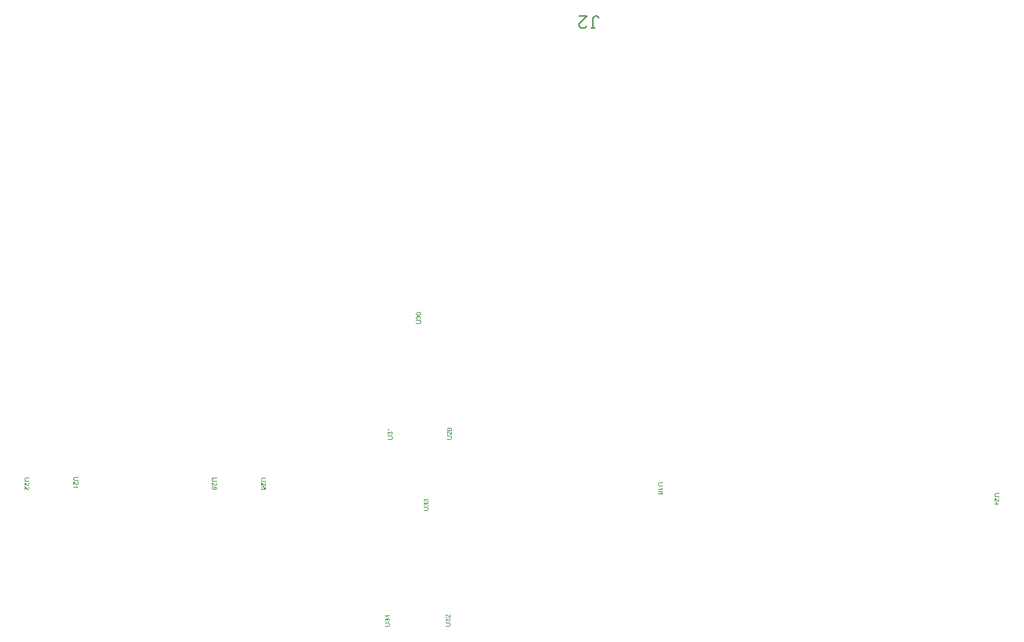
<source format=gbr>
%TF.GenerationSoftware,Altium Limited,Altium Designer,25.3.3 (18)*%
G04 Layer_Color=32768*
%FSLAX45Y45*%
%MOMM*%
%TF.SameCoordinates,7852E7E1-4E30-4CDD-8EF1-640B4E54786C*%
%TF.FilePolarity,Positive*%
%TF.FileFunction,Other,Top_Designator*%
%TF.Part,Single*%
G01*
G75*
%TA.AperFunction,NonConductor*%
%ADD109C,0.15000*%
G36*
X5272088Y5211195D02*
X5235105D01*
X5235013D01*
X5234736D01*
X5234273D01*
X5233719D01*
X5233071Y5211102D01*
X5232239D01*
X5230483Y5211010D01*
X5228449Y5210825D01*
X5226414Y5210548D01*
X5224473Y5210178D01*
X5223641Y5209993D01*
X5222809Y5209716D01*
X5222624Y5209623D01*
X5222162Y5209438D01*
X5221514Y5208976D01*
X5220590Y5208421D01*
X5219665Y5207774D01*
X5218648Y5206849D01*
X5217631Y5205740D01*
X5216799Y5204446D01*
X5216707Y5204261D01*
X5216429Y5203798D01*
X5216152Y5202966D01*
X5215782Y5201857D01*
X5215320Y5200562D01*
X5215042Y5198898D01*
X5214765Y5197141D01*
X5214673Y5195200D01*
Y5194275D01*
X5214765Y5193721D01*
Y5192889D01*
X5214857Y5192056D01*
X5215227Y5190022D01*
X5215690Y5187803D01*
X5216429Y5185677D01*
X5217446Y5183643D01*
X5218093Y5182718D01*
X5218833Y5181886D01*
X5218926Y5181794D01*
X5219018Y5181701D01*
X5219295Y5181516D01*
X5219665Y5181239D01*
X5220220Y5180962D01*
X5220775Y5180592D01*
X5221607Y5180222D01*
X5222439Y5179852D01*
X5223456Y5179482D01*
X5224658Y5179205D01*
X5226045Y5178835D01*
X5227524Y5178558D01*
X5229188Y5178280D01*
X5230945Y5178096D01*
X5232979Y5177911D01*
X5235105D01*
X5272088D01*
Y5169405D01*
X5235105D01*
X5235013D01*
X5234643D01*
X5234181D01*
X5233534D01*
X5232701Y5169497D01*
X5231777D01*
X5230667Y5169590D01*
X5229558Y5169682D01*
X5227062Y5169959D01*
X5224473Y5170329D01*
X5221977Y5170884D01*
X5220775Y5171254D01*
X5219665Y5171624D01*
X5219573D01*
X5219388Y5171716D01*
X5219110Y5171901D01*
X5218741Y5172086D01*
X5217724Y5172641D01*
X5216429Y5173473D01*
X5214950Y5174582D01*
X5213471Y5175877D01*
X5211899Y5177541D01*
X5210512Y5179575D01*
Y5179667D01*
X5210327Y5179852D01*
X5210235Y5180130D01*
X5209957Y5180592D01*
X5209680Y5181147D01*
X5209403Y5181886D01*
X5209125Y5182626D01*
X5208755Y5183550D01*
X5208386Y5184567D01*
X5208108Y5185677D01*
X5207831Y5186879D01*
X5207553Y5188266D01*
X5207369Y5189653D01*
X5207184Y5191132D01*
X5206999Y5194460D01*
Y5195292D01*
X5207091Y5195940D01*
Y5196679D01*
X5207184Y5197604D01*
X5207276Y5198621D01*
X5207369Y5199638D01*
X5207738Y5201949D01*
X5208293Y5204446D01*
X5209033Y5206849D01*
X5210050Y5209161D01*
Y5209253D01*
X5210235Y5209438D01*
X5210420Y5209716D01*
X5210605Y5210085D01*
X5211344Y5211102D01*
X5212361Y5212304D01*
X5213656Y5213691D01*
X5215135Y5214986D01*
X5216984Y5216280D01*
X5219018Y5217297D01*
X5219110D01*
X5219295Y5217389D01*
X5219665Y5217482D01*
X5220127Y5217667D01*
X5220682Y5217852D01*
X5221422Y5218037D01*
X5222254Y5218314D01*
X5223271Y5218499D01*
X5224380Y5218684D01*
X5225582Y5218961D01*
X5226877Y5219146D01*
X5228264Y5219331D01*
X5229835Y5219516D01*
X5231500Y5219608D01*
X5233256Y5219701D01*
X5235105D01*
X5272088D01*
Y5211195D01*
D02*
G37*
G36*
X5209865Y5159512D02*
X5210697Y5159419D01*
X5211622Y5159235D01*
X5212546Y5159050D01*
X5213563Y5158680D01*
X5213656D01*
X5213748Y5158587D01*
X5214303Y5158402D01*
X5215135Y5158033D01*
X5216244Y5157478D01*
X5217539Y5156738D01*
X5219018Y5155814D01*
X5220497Y5154797D01*
X5222069Y5153502D01*
X5222162D01*
X5222254Y5153317D01*
X5222809Y5152855D01*
X5223641Y5152023D01*
X5224843Y5150821D01*
X5226230Y5149434D01*
X5227894Y5147678D01*
X5229743Y5145551D01*
X5231684Y5143240D01*
X5231777Y5143147D01*
X5232054Y5142777D01*
X5232517Y5142223D01*
X5233071Y5141575D01*
X5233811Y5140743D01*
X5234643Y5139726D01*
X5235568Y5138709D01*
X5236585Y5137507D01*
X5238804Y5135196D01*
X5241023Y5132885D01*
X5242132Y5131775D01*
X5243241Y5130758D01*
X5244258Y5129834D01*
X5245276Y5129094D01*
X5245368D01*
X5245460Y5128909D01*
X5245738Y5128724D01*
X5246108Y5128539D01*
X5247125Y5127892D01*
X5248327Y5127152D01*
X5249806Y5126505D01*
X5251378Y5125858D01*
X5253134Y5125488D01*
X5254798Y5125303D01*
X5254891D01*
X5254983D01*
X5255538Y5125396D01*
X5256463Y5125488D01*
X5257480Y5125765D01*
X5258774Y5126135D01*
X5260068Y5126782D01*
X5261363Y5127615D01*
X5262657Y5128724D01*
X5262842Y5128909D01*
X5263212Y5129371D01*
X5263674Y5130018D01*
X5264321Y5131035D01*
X5264876Y5132330D01*
X5265431Y5133809D01*
X5265801Y5135566D01*
X5265893Y5137507D01*
Y5138062D01*
X5265801Y5138432D01*
X5265708Y5139541D01*
X5265431Y5140836D01*
X5265061Y5142223D01*
X5264414Y5143794D01*
X5263582Y5145274D01*
X5262472Y5146661D01*
X5262287Y5146845D01*
X5261825Y5147215D01*
X5261085Y5147770D01*
X5259976Y5148325D01*
X5258682Y5148972D01*
X5257017Y5149527D01*
X5255168Y5149896D01*
X5253042Y5150081D01*
X5253874Y5158125D01*
X5253966D01*
X5254244Y5158033D01*
X5254706D01*
X5255353Y5157940D01*
X5256093Y5157755D01*
X5256925Y5157570D01*
X5257942Y5157293D01*
X5258959Y5157016D01*
X5261178Y5156276D01*
X5263397Y5155166D01*
X5264506Y5154519D01*
X5265616Y5153687D01*
X5266633Y5152855D01*
X5267557Y5151931D01*
X5267650Y5151838D01*
X5267742Y5151653D01*
X5268020Y5151376D01*
X5268297Y5150913D01*
X5268667Y5150359D01*
X5269037Y5149712D01*
X5269499Y5148972D01*
X5269961Y5148047D01*
X5270424Y5147030D01*
X5270886Y5145921D01*
X5271256Y5144719D01*
X5271625Y5143425D01*
X5271903Y5142038D01*
X5272180Y5140558D01*
X5272273Y5138987D01*
X5272365Y5137322D01*
Y5136398D01*
X5272273Y5135751D01*
X5272180Y5135011D01*
X5272088Y5134087D01*
X5271903Y5133069D01*
X5271718Y5132052D01*
X5271071Y5129649D01*
X5270146Y5127245D01*
X5269591Y5126043D01*
X5268944Y5124841D01*
X5268112Y5123731D01*
X5267188Y5122714D01*
X5267095Y5122622D01*
X5267003Y5122437D01*
X5266633Y5122252D01*
X5266263Y5121882D01*
X5265801Y5121420D01*
X5265154Y5120958D01*
X5264506Y5120495D01*
X5263674Y5119941D01*
X5261918Y5119016D01*
X5259699Y5118092D01*
X5258589Y5117722D01*
X5257295Y5117537D01*
X5256000Y5117352D01*
X5254614Y5117260D01*
X5254429D01*
X5253966D01*
X5253227Y5117352D01*
X5252210Y5117444D01*
X5251100Y5117629D01*
X5249806Y5117999D01*
X5248419Y5118369D01*
X5247032Y5118924D01*
X5246847Y5119016D01*
X5246385Y5119201D01*
X5245645Y5119571D01*
X5244628Y5120126D01*
X5243519Y5120865D01*
X5242132Y5121790D01*
X5240745Y5122899D01*
X5239173Y5124194D01*
X5238989Y5124379D01*
X5238434Y5124841D01*
X5237971Y5125303D01*
X5237509Y5125765D01*
X5236954Y5126320D01*
X5236215Y5127060D01*
X5235475Y5127799D01*
X5234643Y5128724D01*
X5233719Y5129649D01*
X5232701Y5130758D01*
X5231684Y5131960D01*
X5230483Y5133254D01*
X5229281Y5134734D01*
X5227986Y5136213D01*
X5227894Y5136305D01*
X5227709Y5136490D01*
X5227432Y5136860D01*
X5227062Y5137322D01*
X5226507Y5137877D01*
X5225952Y5138524D01*
X5224750Y5140004D01*
X5223363Y5141575D01*
X5221977Y5143055D01*
X5220775Y5144349D01*
X5220312Y5144904D01*
X5219850Y5145366D01*
X5219758Y5145459D01*
X5219480Y5145736D01*
X5219110Y5146106D01*
X5218556Y5146568D01*
X5217909Y5147030D01*
X5217261Y5147585D01*
X5215690Y5148695D01*
Y5117167D01*
X5208108D01*
Y5159604D01*
X5208201D01*
X5208570D01*
X5209125D01*
X5209865Y5159512D01*
D02*
G37*
G36*
X5256278Y5102651D02*
X5256463Y5102467D01*
X5256555Y5102097D01*
X5256833Y5101634D01*
X5257110Y5101080D01*
X5257480Y5100433D01*
X5258404Y5098861D01*
X5259421Y5097012D01*
X5260716Y5095163D01*
X5262195Y5093221D01*
X5263767Y5091279D01*
X5263859Y5091187D01*
X5263952Y5091094D01*
X5264229Y5090817D01*
X5264506Y5090447D01*
X5265431Y5089615D01*
X5266540Y5088506D01*
X5267835Y5087396D01*
X5269314Y5086194D01*
X5270793Y5085177D01*
X5272365Y5084253D01*
Y5079168D01*
X5208108D01*
Y5087026D01*
X5258127D01*
X5258034Y5087119D01*
X5257665Y5087581D01*
X5257110Y5088136D01*
X5256463Y5089060D01*
X5255631Y5090077D01*
X5254706Y5091372D01*
X5253689Y5092851D01*
X5252672Y5094515D01*
Y5094608D01*
X5252580Y5094700D01*
X5252210Y5095255D01*
X5251747Y5096180D01*
X5251193Y5097289D01*
X5250546Y5098583D01*
X5249898Y5099970D01*
X5249251Y5101357D01*
X5248696Y5102744D01*
X5256278D01*
Y5102651D01*
D02*
G37*
G36*
X9596830Y7316944D02*
X9597939D01*
X9599141Y7316851D01*
X9600436Y7316759D01*
X9603394Y7316481D01*
X9606445Y7316019D01*
X9609404Y7315464D01*
X9610791Y7315095D01*
X9612178Y7314632D01*
X9612270D01*
X9612455Y7314540D01*
X9612825Y7314355D01*
X9613287Y7314170D01*
X9613934Y7313985D01*
X9614581Y7313615D01*
X9616153Y7312876D01*
X9617817Y7311951D01*
X9619667Y7310749D01*
X9621331Y7309362D01*
X9622903Y7307698D01*
Y7307606D01*
X9623087Y7307513D01*
X9623272Y7307236D01*
X9623457Y7306866D01*
X9623735Y7306404D01*
X9624104Y7305941D01*
X9624752Y7304555D01*
X9625399Y7302890D01*
X9626046Y7300949D01*
X9626416Y7298637D01*
X9626601Y7296141D01*
Y7295217D01*
X9626508Y7294569D01*
X9626416Y7293830D01*
X9626231Y7292905D01*
X9626046Y7291888D01*
X9625769Y7290779D01*
X9625399Y7289669D01*
X9625029Y7288467D01*
X9624474Y7287265D01*
X9623827Y7286063D01*
X9623087Y7284861D01*
X9622163Y7283660D01*
X9621146Y7282550D01*
X9620036Y7281533D01*
X9619944Y7281441D01*
X9619667Y7281256D01*
X9619204Y7280978D01*
X9618465Y7280516D01*
X9617633Y7280054D01*
X9616523Y7279591D01*
X9615229Y7278944D01*
X9613749Y7278390D01*
X9612085Y7277835D01*
X9610144Y7277280D01*
X9608017Y7276725D01*
X9605613Y7276263D01*
X9603024Y7275801D01*
X9600251Y7275523D01*
X9597200Y7275339D01*
X9593964Y7275246D01*
X9593871D01*
X9593502D01*
X9592854D01*
X9592115D01*
X9591098Y7275339D01*
X9589988D01*
X9588786Y7275431D01*
X9587399Y7275523D01*
X9584533Y7275801D01*
X9581482Y7276263D01*
X9578431Y7276818D01*
X9577044Y7277188D01*
X9575658Y7277557D01*
X9575565D01*
X9575380Y7277650D01*
X9575010Y7277835D01*
X9574548Y7278020D01*
X9573901Y7278205D01*
X9573254Y7278574D01*
X9571682Y7279314D01*
X9570018Y7280239D01*
X9568261Y7281441D01*
X9566504Y7282827D01*
X9565025Y7284492D01*
Y7284584D01*
X9564840Y7284677D01*
X9564655Y7284954D01*
X9564470Y7285324D01*
X9564101Y7285786D01*
X9563823Y7286341D01*
X9563083Y7287728D01*
X9562436Y7289392D01*
X9561789Y7291333D01*
X9561419Y7293645D01*
X9561234Y7296141D01*
Y7296973D01*
X9561327Y7297990D01*
X9561512Y7299192D01*
X9561789Y7300579D01*
X9562159Y7302058D01*
X9562621Y7303630D01*
X9563361Y7305109D01*
Y7305202D01*
X9563453Y7305294D01*
X9563731Y7305757D01*
X9564193Y7306496D01*
X9564840Y7307421D01*
X9565765Y7308438D01*
X9566782Y7309547D01*
X9567984Y7310564D01*
X9569370Y7311581D01*
X9569555Y7311674D01*
X9570018Y7312044D01*
X9570850Y7312413D01*
X9572052Y7313061D01*
X9573439Y7313615D01*
X9575010Y7314355D01*
X9576859Y7315002D01*
X9578893Y7315557D01*
X9578986D01*
X9579171Y7315649D01*
X9579448Y7315742D01*
X9579910Y7315834D01*
X9580465Y7315927D01*
X9581112Y7316019D01*
X9581945Y7316204D01*
X9582869Y7316297D01*
X9583886Y7316481D01*
X9584996Y7316574D01*
X9586290Y7316666D01*
X9587584Y7316851D01*
X9589064Y7316944D01*
X9590543D01*
X9592207Y7317036D01*
X9593964D01*
X9594056D01*
X9594426D01*
X9595073D01*
X9595813D01*
X9596830Y7316944D01*
D02*
G37*
G36*
X9608017Y7267387D02*
X9608757Y7267295D01*
X9609589Y7267110D01*
X9610513Y7266925D01*
X9611530Y7266740D01*
X9613749Y7266000D01*
X9614951Y7265446D01*
X9616061Y7264891D01*
X9617263Y7264151D01*
X9618465Y7263319D01*
X9619667Y7262395D01*
X9620776Y7261285D01*
X9620868Y7261193D01*
X9621053Y7261008D01*
X9621331Y7260638D01*
X9621701Y7260176D01*
X9622163Y7259621D01*
X9622625Y7258881D01*
X9623180Y7258049D01*
X9623642Y7257032D01*
X9624197Y7256015D01*
X9624752Y7254813D01*
X9625214Y7253611D01*
X9625676Y7252225D01*
X9626046Y7250745D01*
X9626323Y7249173D01*
X9626508Y7247602D01*
X9626601Y7245845D01*
Y7245013D01*
X9626508Y7244458D01*
X9626416Y7243719D01*
X9626323Y7242886D01*
X9626138Y7241962D01*
X9625954Y7240945D01*
X9625399Y7238726D01*
X9624474Y7236415D01*
X9623920Y7235213D01*
X9623272Y7234103D01*
X9622440Y7232994D01*
X9621608Y7231884D01*
X9621516Y7231792D01*
X9621331Y7231607D01*
X9621053Y7231329D01*
X9620684Y7231052D01*
X9620221Y7230590D01*
X9619574Y7230128D01*
X9618927Y7229573D01*
X9618095Y7229018D01*
X9617170Y7228463D01*
X9616246Y7227909D01*
X9614027Y7226892D01*
X9611438Y7226059D01*
X9610051Y7225782D01*
X9608572Y7225597D01*
X9607555Y7233456D01*
X9607647D01*
X9607832Y7233548D01*
X9608202Y7233641D01*
X9608664Y7233733D01*
X9609219Y7233826D01*
X9609866Y7234011D01*
X9611253Y7234473D01*
X9612917Y7235120D01*
X9614489Y7235952D01*
X9615968Y7236877D01*
X9617263Y7237986D01*
X9617355Y7238171D01*
X9617725Y7238541D01*
X9618187Y7239281D01*
X9618650Y7240205D01*
X9619204Y7241315D01*
X9619667Y7242702D01*
X9620036Y7244273D01*
X9620129Y7245938D01*
Y7246492D01*
X9620036Y7246862D01*
X9619944Y7247879D01*
X9619667Y7249173D01*
X9619204Y7250653D01*
X9618557Y7252225D01*
X9617633Y7253796D01*
X9616338Y7255276D01*
X9616153Y7255460D01*
X9615598Y7255923D01*
X9614766Y7256477D01*
X9613657Y7257217D01*
X9612270Y7257957D01*
X9610698Y7258512D01*
X9608849Y7258974D01*
X9606815Y7259159D01*
X9606723D01*
X9606538D01*
X9606260D01*
X9605891Y7259066D01*
X9604874Y7258974D01*
X9603672Y7258696D01*
X9602192Y7258327D01*
X9600713Y7257679D01*
X9599234Y7256755D01*
X9597847Y7255553D01*
X9597662Y7255368D01*
X9597292Y7254906D01*
X9596737Y7254166D01*
X9596090Y7253149D01*
X9595443Y7251855D01*
X9594888Y7250283D01*
X9594519Y7248526D01*
X9594334Y7246585D01*
Y7245753D01*
X9594426Y7245105D01*
X9594519Y7244273D01*
X9594703Y7243349D01*
X9594888Y7242239D01*
X9595166Y7241037D01*
X9588232Y7241962D01*
Y7242424D01*
X9588324Y7242794D01*
Y7243996D01*
X9588139Y7245013D01*
X9587954Y7246215D01*
X9587677Y7247602D01*
X9587215Y7249173D01*
X9586567Y7250653D01*
X9585735Y7252225D01*
Y7252317D01*
X9585643Y7252409D01*
X9585273Y7252872D01*
X9584626Y7253519D01*
X9583794Y7254259D01*
X9582592Y7254998D01*
X9581205Y7255645D01*
X9579633Y7256108D01*
X9578709Y7256293D01*
X9577692D01*
X9577599D01*
X9577507D01*
X9576952D01*
X9576212Y7256108D01*
X9575195Y7255923D01*
X9574086Y7255553D01*
X9572884Y7255091D01*
X9571682Y7254351D01*
X9570572Y7253334D01*
X9570480Y7253242D01*
X9570110Y7252779D01*
X9569648Y7252132D01*
X9569093Y7251300D01*
X9568631Y7250190D01*
X9568169Y7248896D01*
X9567799Y7247417D01*
X9567706Y7245753D01*
Y7245013D01*
X9567891Y7244181D01*
X9568076Y7243071D01*
X9568446Y7241869D01*
X9568908Y7240668D01*
X9569648Y7239373D01*
X9570572Y7238171D01*
X9570665Y7238079D01*
X9571127Y7237709D01*
X9571774Y7237154D01*
X9572699Y7236507D01*
X9573901Y7235860D01*
X9575380Y7235213D01*
X9577137Y7234658D01*
X9579171Y7234288D01*
X9577784Y7226429D01*
X9577692D01*
X9577414Y7226522D01*
X9577044Y7226614D01*
X9576490Y7226707D01*
X9575842Y7226892D01*
X9575103Y7227169D01*
X9573346Y7227724D01*
X9571312Y7228648D01*
X9569278Y7229758D01*
X9567336Y7231145D01*
X9565580Y7232901D01*
X9565487Y7232994D01*
X9565395Y7233179D01*
X9565210Y7233456D01*
X9564933Y7233826D01*
X9564563Y7234288D01*
X9564193Y7234935D01*
X9563823Y7235582D01*
X9563361Y7236415D01*
X9562621Y7238264D01*
X9561882Y7240390D01*
X9561419Y7242886D01*
X9561234Y7244181D01*
Y7246492D01*
X9561327Y7247509D01*
X9561512Y7248711D01*
X9561789Y7250190D01*
X9562251Y7251855D01*
X9562806Y7253519D01*
X9563546Y7255183D01*
Y7255276D01*
X9563638Y7255368D01*
X9563916Y7255923D01*
X9564470Y7256755D01*
X9565118Y7257679D01*
X9566042Y7258789D01*
X9567059Y7259898D01*
X9568261Y7261008D01*
X9569648Y7261932D01*
X9569833Y7262025D01*
X9570295Y7262302D01*
X9571127Y7262672D01*
X9572144Y7263134D01*
X9573346Y7263597D01*
X9574733Y7263966D01*
X9576305Y7264244D01*
X9577876Y7264336D01*
X9578061D01*
X9578616D01*
X9579356Y7264244D01*
X9580373Y7264059D01*
X9581575Y7263782D01*
X9582869Y7263319D01*
X9584163Y7262764D01*
X9585458Y7262025D01*
X9585643Y7261932D01*
X9586013Y7261655D01*
X9586660Y7261100D01*
X9587399Y7260361D01*
X9588232Y7259436D01*
X9589156Y7258327D01*
X9589988Y7257032D01*
X9590820Y7255460D01*
Y7255553D01*
X9590913Y7255738D01*
X9591005Y7256015D01*
X9591098Y7256385D01*
X9591467Y7257402D01*
X9592022Y7258696D01*
X9592762Y7260176D01*
X9593686Y7261655D01*
X9594888Y7263042D01*
X9596275Y7264336D01*
X9596460Y7264429D01*
X9597015Y7264799D01*
X9597939Y7265353D01*
X9599141Y7265908D01*
X9600621Y7266463D01*
X9602377Y7267017D01*
X9604411Y7267387D01*
X9606630Y7267480D01*
X9606723D01*
X9607000D01*
X9607462D01*
X9608017Y7267387D01*
D02*
G37*
G36*
X9600898Y7214502D02*
X9601823D01*
X9602932Y7214410D01*
X9604041Y7214318D01*
X9606538Y7214040D01*
X9609127Y7213670D01*
X9611623Y7213116D01*
X9612825Y7212746D01*
X9613934Y7212376D01*
X9614027D01*
X9614212Y7212284D01*
X9614489Y7212099D01*
X9614859Y7211914D01*
X9615876Y7211359D01*
X9617170Y7210527D01*
X9618650Y7209417D01*
X9620129Y7208123D01*
X9621701Y7206459D01*
X9623087Y7204425D01*
Y7204332D01*
X9623272Y7204147D01*
X9623365Y7203870D01*
X9623642Y7203408D01*
X9623920Y7202853D01*
X9624197Y7202113D01*
X9624474Y7201374D01*
X9624844Y7200449D01*
X9625214Y7199432D01*
X9625491Y7198323D01*
X9625769Y7197121D01*
X9626046Y7195734D01*
X9626231Y7194347D01*
X9626416Y7192868D01*
X9626601Y7189539D01*
Y7188707D01*
X9626508Y7188060D01*
Y7187320D01*
X9626416Y7186396D01*
X9626323Y7185379D01*
X9626231Y7184362D01*
X9625861Y7182050D01*
X9625306Y7179554D01*
X9624567Y7177150D01*
X9623550Y7174839D01*
Y7174746D01*
X9623365Y7174561D01*
X9623180Y7174284D01*
X9622995Y7173914D01*
X9622255Y7172897D01*
X9621238Y7171695D01*
X9619944Y7170308D01*
X9618465Y7169014D01*
X9616616Y7167720D01*
X9614581Y7166703D01*
X9614489D01*
X9614304Y7166610D01*
X9613934Y7166518D01*
X9613472Y7166333D01*
X9612917Y7166148D01*
X9612178Y7165963D01*
X9611346Y7165686D01*
X9610329Y7165501D01*
X9609219Y7165316D01*
X9608017Y7165039D01*
X9606723Y7164854D01*
X9605336Y7164669D01*
X9603764Y7164484D01*
X9602100Y7164391D01*
X9600343Y7164299D01*
X9598494D01*
X9561512D01*
Y7172805D01*
X9598494D01*
X9598587D01*
X9598864D01*
X9599326D01*
X9599881D01*
X9600528Y7172897D01*
X9601360D01*
X9603117Y7172990D01*
X9605151Y7173175D01*
X9607185Y7173452D01*
X9609127Y7173822D01*
X9609959Y7174007D01*
X9610791Y7174284D01*
X9610976Y7174377D01*
X9611438Y7174561D01*
X9612085Y7175024D01*
X9613010Y7175578D01*
X9613934Y7176226D01*
X9614951Y7177150D01*
X9615968Y7178260D01*
X9616800Y7179554D01*
X9616893Y7179739D01*
X9617170Y7180201D01*
X9617448Y7181033D01*
X9617817Y7182143D01*
X9618280Y7183437D01*
X9618557Y7185101D01*
X9618834Y7186858D01*
X9618927Y7188800D01*
Y7189724D01*
X9618834Y7190279D01*
Y7191111D01*
X9618742Y7191943D01*
X9618372Y7193977D01*
X9617910Y7196196D01*
X9617170Y7198323D01*
X9616153Y7200357D01*
X9615506Y7201281D01*
X9614766Y7202113D01*
X9614674Y7202206D01*
X9614581Y7202298D01*
X9614304Y7202483D01*
X9613934Y7202761D01*
X9613380Y7203038D01*
X9612825Y7203408D01*
X9611993Y7203778D01*
X9611161Y7204147D01*
X9610144Y7204517D01*
X9608942Y7204795D01*
X9607555Y7205164D01*
X9606076Y7205442D01*
X9604411Y7205719D01*
X9602655Y7205904D01*
X9600621Y7206089D01*
X9598494D01*
X9561512D01*
Y7214595D01*
X9598494D01*
X9598587D01*
X9598956D01*
X9599419D01*
X9600066D01*
X9600898Y7214502D01*
D02*
G37*
G36*
X9999702Y3422843D02*
X9999610D01*
X9999240D01*
X9998685D01*
X9997946Y3422936D01*
X9997114Y3423028D01*
X9996189Y3423213D01*
X9995264Y3423398D01*
X9994247Y3423768D01*
X9994155D01*
X9994063Y3423860D01*
X9993508Y3424045D01*
X9992676Y3424415D01*
X9991566Y3424970D01*
X9990272Y3425709D01*
X9988793Y3426634D01*
X9987313Y3427651D01*
X9985742Y3428945D01*
X9985649D01*
X9985557Y3429130D01*
X9985002Y3429593D01*
X9984170Y3430425D01*
X9982968Y3431627D01*
X9981581Y3433013D01*
X9979917Y3434770D01*
X9978068Y3436897D01*
X9976126Y3439208D01*
X9976034Y3439300D01*
X9975756Y3439670D01*
X9975294Y3440225D01*
X9974739Y3440872D01*
X9974000Y3441704D01*
X9973168Y3442721D01*
X9972243Y3443738D01*
X9971226Y3444940D01*
X9969007Y3447252D01*
X9966788Y3449563D01*
X9965679Y3450673D01*
X9964569Y3451690D01*
X9963552Y3452614D01*
X9962535Y3453354D01*
X9962443D01*
X9962350Y3453539D01*
X9962073Y3453724D01*
X9961703Y3453909D01*
X9960686Y3454556D01*
X9959484Y3455295D01*
X9958005Y3455943D01*
X9956433Y3456590D01*
X9954676Y3456960D01*
X9953012Y3457144D01*
X9952920D01*
X9952827D01*
X9952272Y3457052D01*
X9951348Y3456960D01*
X9950331Y3456682D01*
X9949036Y3456312D01*
X9947742Y3455665D01*
X9946448Y3454833D01*
X9945153Y3453724D01*
X9944968Y3453539D01*
X9944599Y3453076D01*
X9944136Y3452429D01*
X9943489Y3451412D01*
X9942934Y3450118D01*
X9942380Y3448639D01*
X9942010Y3446882D01*
X9941917Y3444940D01*
Y3444386D01*
X9942010Y3444016D01*
X9942102Y3442906D01*
X9942380Y3441612D01*
X9942749Y3440225D01*
X9943397Y3438653D01*
X9944229Y3437174D01*
X9945338Y3435787D01*
X9945523Y3435602D01*
X9945985Y3435232D01*
X9946725Y3434678D01*
X9947835Y3434123D01*
X9949129Y3433476D01*
X9950793Y3432921D01*
X9952642Y3432551D01*
X9954769Y3432366D01*
X9953937Y3424323D01*
X9953844D01*
X9953567Y3424415D01*
X9953105D01*
X9952457Y3424508D01*
X9951718Y3424692D01*
X9950886Y3424877D01*
X9949869Y3425155D01*
X9948852Y3425432D01*
X9946633Y3426172D01*
X9944414Y3427281D01*
X9943304Y3427928D01*
X9942195Y3428760D01*
X9941178Y3429593D01*
X9940253Y3430517D01*
X9940161Y3430610D01*
X9940068Y3430795D01*
X9939791Y3431072D01*
X9939514Y3431534D01*
X9939144Y3432089D01*
X9938774Y3432736D01*
X9938312Y3433476D01*
X9937849Y3434400D01*
X9937387Y3435417D01*
X9936925Y3436527D01*
X9936555Y3437729D01*
X9936185Y3439023D01*
X9935908Y3440410D01*
X9935630Y3441889D01*
X9935538Y3443461D01*
X9935445Y3445125D01*
Y3446050D01*
X9935538Y3446697D01*
X9935630Y3447437D01*
X9935723Y3448361D01*
X9935908Y3449378D01*
X9936093Y3450395D01*
X9936740Y3452799D01*
X9937664Y3455203D01*
X9938219Y3456405D01*
X9938866Y3457607D01*
X9939698Y3458716D01*
X9940623Y3459733D01*
X9940715Y3459826D01*
X9940808Y3460011D01*
X9941178Y3460196D01*
X9941548Y3460565D01*
X9942010Y3461028D01*
X9942657Y3461490D01*
X9943304Y3461952D01*
X9944136Y3462507D01*
X9945893Y3463431D01*
X9948112Y3464356D01*
X9949221Y3464726D01*
X9950516Y3464911D01*
X9951810Y3465096D01*
X9953197Y3465188D01*
X9953382D01*
X9953844D01*
X9954584Y3465096D01*
X9955601Y3465003D01*
X9956710Y3464818D01*
X9958005Y3464448D01*
X9959392Y3464079D01*
X9960778Y3463524D01*
X9960963Y3463431D01*
X9961426Y3463247D01*
X9962165Y3462877D01*
X9963182Y3462322D01*
X9964292Y3461582D01*
X9965679Y3460658D01*
X9967065Y3459548D01*
X9968637Y3458254D01*
X9968822Y3458069D01*
X9969377Y3457607D01*
X9969839Y3457144D01*
X9970301Y3456682D01*
X9970856Y3456127D01*
X9971596Y3455388D01*
X9972335Y3454648D01*
X9973168Y3453724D01*
X9974092Y3452799D01*
X9975109Y3451690D01*
X9976126Y3450488D01*
X9977328Y3449193D01*
X9978530Y3447714D01*
X9979824Y3446235D01*
X9979917Y3446142D01*
X9980102Y3445957D01*
X9980379Y3445587D01*
X9980749Y3445125D01*
X9981304Y3444570D01*
X9981858Y3443923D01*
X9983060Y3442444D01*
X9984447Y3440872D01*
X9985834Y3439393D01*
X9987036Y3438099D01*
X9987498Y3437544D01*
X9987960Y3437082D01*
X9988053Y3436989D01*
X9988330Y3436712D01*
X9988700Y3436342D01*
X9989255Y3435880D01*
X9989902Y3435417D01*
X9990549Y3434863D01*
X9992121Y3433753D01*
Y3465281D01*
X9999702D01*
Y3422843D01*
D02*
G37*
G36*
X9982228Y3416094D02*
X9982968Y3416002D01*
X9983800Y3415817D01*
X9984725Y3415632D01*
X9985742Y3415447D01*
X9987960Y3414707D01*
X9989162Y3414152D01*
X9990272Y3413598D01*
X9991474Y3412858D01*
X9992676Y3412026D01*
X9993878Y3411101D01*
X9994987Y3409992D01*
X9995080Y3409899D01*
X9995264Y3409715D01*
X9995542Y3409345D01*
X9995912Y3408882D01*
X9996374Y3408328D01*
X9996836Y3407588D01*
X9997391Y3406756D01*
X9997853Y3405739D01*
X9998408Y3404722D01*
X9998963Y3403520D01*
X9999425Y3402318D01*
X9999887Y3400931D01*
X10000257Y3399452D01*
X10000534Y3397880D01*
X10000719Y3396308D01*
X10000812Y3394552D01*
Y3393720D01*
X10000719Y3393165D01*
X10000627Y3392425D01*
X10000534Y3391593D01*
X10000350Y3390669D01*
X10000165Y3389652D01*
X9999610Y3387433D01*
X9998685Y3385121D01*
X9998131Y3383919D01*
X9997483Y3382810D01*
X9996651Y3381700D01*
X9995819Y3380591D01*
X9995727Y3380498D01*
X9995542Y3380314D01*
X9995264Y3380036D01*
X9994895Y3379759D01*
X9994432Y3379297D01*
X9993785Y3378834D01*
X9993138Y3378280D01*
X9992306Y3377725D01*
X9991381Y3377170D01*
X9990457Y3376615D01*
X9988238Y3375598D01*
X9985649Y3374766D01*
X9984262Y3374489D01*
X9982783Y3374304D01*
X9981766Y3382163D01*
X9981858D01*
X9982043Y3382255D01*
X9982413Y3382348D01*
X9982875Y3382440D01*
X9983430Y3382532D01*
X9984077Y3382717D01*
X9985464Y3383180D01*
X9987128Y3383827D01*
X9988700Y3384659D01*
X9990179Y3385584D01*
X9991474Y3386693D01*
X9991566Y3386878D01*
X9991936Y3387248D01*
X9992398Y3387987D01*
X9992861Y3388912D01*
X9993415Y3390021D01*
X9993878Y3391408D01*
X9994247Y3392980D01*
X9994340Y3394644D01*
Y3395199D01*
X9994247Y3395569D01*
X9994155Y3396586D01*
X9993878Y3397880D01*
X9993415Y3399359D01*
X9992768Y3400931D01*
X9991844Y3402503D01*
X9990549Y3403982D01*
X9990364Y3404167D01*
X9989810Y3404629D01*
X9988977Y3405184D01*
X9987868Y3405924D01*
X9986481Y3406663D01*
X9984909Y3407218D01*
X9983060Y3407681D01*
X9981026Y3407865D01*
X9980934D01*
X9980749D01*
X9980472D01*
X9980102Y3407773D01*
X9979085Y3407681D01*
X9977883Y3407403D01*
X9976403Y3407033D01*
X9974924Y3406386D01*
X9973445Y3405462D01*
X9972058Y3404260D01*
X9971873Y3404075D01*
X9971503Y3403612D01*
X9970949Y3402873D01*
X9970301Y3401856D01*
X9969654Y3400561D01*
X9969099Y3398990D01*
X9968730Y3397233D01*
X9968545Y3395291D01*
Y3394459D01*
X9968637Y3393812D01*
X9968730Y3392980D01*
X9968915Y3392055D01*
X9969099Y3390946D01*
X9969377Y3389744D01*
X9962443Y3390669D01*
Y3391131D01*
X9962535Y3391501D01*
Y3392703D01*
X9962350Y3393720D01*
X9962165Y3394922D01*
X9961888Y3396308D01*
X9961426Y3397880D01*
X9960778Y3399359D01*
X9959946Y3400931D01*
Y3401024D01*
X9959854Y3401116D01*
X9959484Y3401578D01*
X9958837Y3402226D01*
X9958005Y3402965D01*
X9956803Y3403705D01*
X9955416Y3404352D01*
X9953844Y3404814D01*
X9952920Y3404999D01*
X9951903D01*
X9951810D01*
X9951718D01*
X9951163D01*
X9950423Y3404814D01*
X9949406Y3404629D01*
X9948297Y3404260D01*
X9947095Y3403797D01*
X9945893Y3403058D01*
X9944784Y3402041D01*
X9944691Y3401948D01*
X9944321Y3401486D01*
X9943859Y3400839D01*
X9943304Y3400007D01*
X9942842Y3398897D01*
X9942380Y3397603D01*
X9942010Y3396124D01*
X9941917Y3394459D01*
Y3393720D01*
X9942102Y3392888D01*
X9942287Y3391778D01*
X9942657Y3390576D01*
X9943119Y3389374D01*
X9943859Y3388080D01*
X9944784Y3386878D01*
X9944876Y3386785D01*
X9945338Y3386416D01*
X9945985Y3385861D01*
X9946910Y3385214D01*
X9948112Y3384567D01*
X9949591Y3383919D01*
X9951348Y3383365D01*
X9953382Y3382995D01*
X9951995Y3375136D01*
X9951903D01*
X9951625Y3375228D01*
X9951255Y3375321D01*
X9950701Y3375413D01*
X9950054Y3375598D01*
X9949314Y3375876D01*
X9947557Y3376430D01*
X9945523Y3377355D01*
X9943489Y3378464D01*
X9941548Y3379851D01*
X9939791Y3381608D01*
X9939698Y3381700D01*
X9939606Y3381885D01*
X9939421Y3382163D01*
X9939144Y3382532D01*
X9938774Y3382995D01*
X9938404Y3383642D01*
X9938034Y3384289D01*
X9937572Y3385121D01*
X9936832Y3386970D01*
X9936093Y3389097D01*
X9935630Y3391593D01*
X9935445Y3392888D01*
Y3395199D01*
X9935538Y3396216D01*
X9935723Y3397418D01*
X9936000Y3398897D01*
X9936462Y3400561D01*
X9937017Y3402226D01*
X9937757Y3403890D01*
Y3403982D01*
X9937849Y3404075D01*
X9938127Y3404629D01*
X9938681Y3405462D01*
X9939329Y3406386D01*
X9940253Y3407496D01*
X9941270Y3408605D01*
X9942472Y3409715D01*
X9943859Y3410639D01*
X9944044Y3410732D01*
X9944506Y3411009D01*
X9945338Y3411379D01*
X9946355Y3411841D01*
X9947557Y3412303D01*
X9948944Y3412673D01*
X9950516Y3412951D01*
X9952088Y3413043D01*
X9952272D01*
X9952827D01*
X9953567Y3412951D01*
X9954584Y3412766D01*
X9955786Y3412488D01*
X9957080Y3412026D01*
X9958375Y3411471D01*
X9959669Y3410732D01*
X9959854Y3410639D01*
X9960224Y3410362D01*
X9960871Y3409807D01*
X9961611Y3409067D01*
X9962443Y3408143D01*
X9963367Y3407033D01*
X9964199Y3405739D01*
X9965031Y3404167D01*
Y3404260D01*
X9965124Y3404445D01*
X9965216Y3404722D01*
X9965309Y3405092D01*
X9965679Y3406109D01*
X9966233Y3407403D01*
X9966973Y3408882D01*
X9967898Y3410362D01*
X9969099Y3411749D01*
X9970486Y3413043D01*
X9970671Y3413135D01*
X9971226Y3413505D01*
X9972150Y3414060D01*
X9973352Y3414615D01*
X9974832Y3415169D01*
X9976588Y3415724D01*
X9978622Y3416094D01*
X9980841Y3416186D01*
X9980934D01*
X9981211D01*
X9981673D01*
X9982228Y3416094D01*
D02*
G37*
G36*
X9975109Y3363209D02*
X9976034D01*
X9977143Y3363117D01*
X9978253Y3363024D01*
X9980749Y3362747D01*
X9983338Y3362377D01*
X9985834Y3361822D01*
X9987036Y3361453D01*
X9988145Y3361083D01*
X9988238D01*
X9988423Y3360990D01*
X9988700Y3360805D01*
X9989070Y3360620D01*
X9990087Y3360066D01*
X9991381Y3359234D01*
X9992861Y3358124D01*
X9994340Y3356830D01*
X9995912Y3355166D01*
X9997299Y3353131D01*
Y3353039D01*
X9997483Y3352854D01*
X9997576Y3352577D01*
X9997853Y3352114D01*
X9998131Y3351560D01*
X9998408Y3350820D01*
X9998685Y3350080D01*
X9999055Y3349156D01*
X9999425Y3348139D01*
X9999702Y3347029D01*
X9999980Y3345827D01*
X10000257Y3344441D01*
X10000442Y3343054D01*
X10000627Y3341574D01*
X10000812Y3338246D01*
Y3337414D01*
X10000719Y3336767D01*
Y3336027D01*
X10000627Y3335103D01*
X10000534Y3334086D01*
X10000442Y3333069D01*
X10000072Y3330757D01*
X9999517Y3328261D01*
X9998778Y3325857D01*
X9997761Y3323546D01*
Y3323453D01*
X9997576Y3323268D01*
X9997391Y3322991D01*
X9997206Y3322621D01*
X9996466Y3321604D01*
X9995449Y3320402D01*
X9994155Y3319015D01*
X9992676Y3317721D01*
X9990827Y3316426D01*
X9988793Y3315409D01*
X9988700D01*
X9988515Y3315317D01*
X9988145Y3315225D01*
X9987683Y3315040D01*
X9987128Y3314855D01*
X9986389Y3314670D01*
X9985557Y3314392D01*
X9984540Y3314207D01*
X9983430Y3314023D01*
X9982228Y3313745D01*
X9980934Y3313560D01*
X9979547Y3313375D01*
X9977975Y3313190D01*
X9976311Y3313098D01*
X9974554Y3313006D01*
X9972705D01*
X9935723D01*
Y3321512D01*
X9972705D01*
X9972798D01*
X9973075D01*
X9973537D01*
X9974092D01*
X9974739Y3321604D01*
X9975571D01*
X9977328Y3321696D01*
X9979362Y3321881D01*
X9981396Y3322159D01*
X9983338Y3322529D01*
X9984170Y3322713D01*
X9985002Y3322991D01*
X9985187Y3323083D01*
X9985649Y3323268D01*
X9986296Y3323730D01*
X9987221Y3324285D01*
X9988145Y3324932D01*
X9989162Y3325857D01*
X9990179Y3326966D01*
X9991012Y3328261D01*
X9991104Y3328446D01*
X9991381Y3328908D01*
X9991659Y3329740D01*
X9992029Y3330850D01*
X9992491Y3332144D01*
X9992768Y3333808D01*
X9993046Y3335565D01*
X9993138Y3337506D01*
Y3338431D01*
X9993046Y3338986D01*
Y3339818D01*
X9992953Y3340650D01*
X9992583Y3342684D01*
X9992121Y3344903D01*
X9991381Y3347029D01*
X9990364Y3349063D01*
X9989717Y3349988D01*
X9988977Y3350820D01*
X9988885Y3350913D01*
X9988793Y3351005D01*
X9988515Y3351190D01*
X9988145Y3351467D01*
X9987591Y3351745D01*
X9987036Y3352114D01*
X9986204Y3352484D01*
X9985372Y3352854D01*
X9984355Y3353224D01*
X9983153Y3353501D01*
X9981766Y3353871D01*
X9980287Y3354148D01*
X9978622Y3354426D01*
X9976866Y3354611D01*
X9974832Y3354796D01*
X9972705D01*
X9935723D01*
Y3363302D01*
X9972705D01*
X9972798D01*
X9973168D01*
X9973630D01*
X9974277D01*
X9975109Y3363209D01*
D02*
G37*
G36*
X7655041Y5200512D02*
X7618058D01*
X7617966D01*
X7617688D01*
X7617226D01*
X7616671D01*
X7616024Y5200419D01*
X7615192D01*
X7613435Y5200327D01*
X7611401Y5200142D01*
X7609367Y5199864D01*
X7607426Y5199495D01*
X7606594Y5199310D01*
X7605762Y5199032D01*
X7605577Y5198940D01*
X7605114Y5198755D01*
X7604467Y5198293D01*
X7603543Y5197738D01*
X7602618Y5197091D01*
X7601601Y5196166D01*
X7600584Y5195057D01*
X7599752Y5193762D01*
X7599659Y5193577D01*
X7599382Y5193115D01*
X7599105Y5192283D01*
X7598735Y5191174D01*
X7598273Y5189879D01*
X7597995Y5188215D01*
X7597718Y5186458D01*
X7597625Y5184517D01*
Y5183592D01*
X7597718Y5183037D01*
Y5182205D01*
X7597810Y5181373D01*
X7598180Y5179339D01*
X7598642Y5177120D01*
X7599382Y5174994D01*
X7600399Y5172960D01*
X7601046Y5172035D01*
X7601786Y5171203D01*
X7601878Y5171111D01*
X7601971Y5171018D01*
X7602248Y5170833D01*
X7602618Y5170556D01*
X7603173Y5170278D01*
X7603727Y5169909D01*
X7604560Y5169539D01*
X7605392Y5169169D01*
X7606409Y5168799D01*
X7607611Y5168522D01*
X7608997Y5168152D01*
X7610477Y5167875D01*
X7612141Y5167597D01*
X7613898Y5167412D01*
X7615932Y5167227D01*
X7618058D01*
X7655041D01*
Y5158721D01*
X7618058D01*
X7617966D01*
X7617596D01*
X7617134D01*
X7616486D01*
X7615654Y5158814D01*
X7614730D01*
X7613620Y5158906D01*
X7612511Y5158999D01*
X7610014Y5159276D01*
X7607426Y5159646D01*
X7604929Y5160201D01*
X7603727Y5160571D01*
X7602618Y5160940D01*
X7602526D01*
X7602341Y5161033D01*
X7602063Y5161218D01*
X7601693Y5161403D01*
X7600676Y5161957D01*
X7599382Y5162790D01*
X7597903Y5163899D01*
X7596423Y5165193D01*
X7594852Y5166858D01*
X7593465Y5168892D01*
Y5168984D01*
X7593280Y5169169D01*
X7593188Y5169446D01*
X7592910Y5169909D01*
X7592633Y5170463D01*
X7592355Y5171203D01*
X7592078Y5171943D01*
X7591708Y5172867D01*
X7591338Y5173884D01*
X7591061Y5174994D01*
X7590784Y5176196D01*
X7590506Y5177582D01*
X7590321Y5178969D01*
X7590136Y5180449D01*
X7589952Y5183777D01*
Y5184609D01*
X7590044Y5185256D01*
Y5185996D01*
X7590136Y5186921D01*
X7590229Y5187938D01*
X7590321Y5188955D01*
X7590691Y5191266D01*
X7591246Y5193762D01*
X7591986Y5196166D01*
X7593003Y5198478D01*
Y5198570D01*
X7593188Y5198755D01*
X7593372Y5199032D01*
X7593557Y5199402D01*
X7594297Y5200419D01*
X7595314Y5201621D01*
X7596608Y5203008D01*
X7598088Y5204302D01*
X7599937Y5205597D01*
X7601971Y5206614D01*
X7602063D01*
X7602248Y5206706D01*
X7602618Y5206799D01*
X7603080Y5206983D01*
X7603635Y5207168D01*
X7604375Y5207353D01*
X7605207Y5207631D01*
X7606224Y5207816D01*
X7607333Y5208001D01*
X7608535Y5208278D01*
X7609830Y5208463D01*
X7611216Y5208648D01*
X7612788Y5208833D01*
X7614452Y5208925D01*
X7616209Y5209018D01*
X7618058D01*
X7655041D01*
Y5200512D01*
D02*
G37*
G36*
X7592818Y5148829D02*
X7593650Y5148736D01*
X7594574Y5148551D01*
X7595499Y5148366D01*
X7596516Y5147997D01*
X7596608D01*
X7596701Y5147904D01*
X7597256Y5147719D01*
X7598088Y5147349D01*
X7599197Y5146795D01*
X7600492Y5146055D01*
X7601971Y5145130D01*
X7603450Y5144113D01*
X7605022Y5142819D01*
X7605114D01*
X7605207Y5142634D01*
X7605762Y5142172D01*
X7606594Y5141340D01*
X7607796Y5140138D01*
X7609182Y5138751D01*
X7610847Y5136994D01*
X7612696Y5134868D01*
X7614637Y5132556D01*
X7614730Y5132464D01*
X7615007Y5132094D01*
X7615469Y5131539D01*
X7616024Y5130892D01*
X7616764Y5130060D01*
X7617596Y5129043D01*
X7618520Y5128026D01*
X7619537Y5126824D01*
X7621756Y5124513D01*
X7623975Y5122201D01*
X7625085Y5121092D01*
X7626194Y5120075D01*
X7627211Y5119150D01*
X7628228Y5118411D01*
X7628321D01*
X7628413Y5118226D01*
X7628691Y5118041D01*
X7629060Y5117856D01*
X7630077Y5117209D01*
X7631279Y5116469D01*
X7632759Y5115822D01*
X7634330Y5115175D01*
X7636087Y5114805D01*
X7637751Y5114620D01*
X7637844D01*
X7637936D01*
X7638491Y5114712D01*
X7639416Y5114805D01*
X7640433Y5115082D01*
X7641727Y5115452D01*
X7643021Y5116099D01*
X7644316Y5116931D01*
X7645610Y5118041D01*
X7645795Y5118226D01*
X7646165Y5118688D01*
X7646627Y5119335D01*
X7647274Y5120352D01*
X7647829Y5121647D01*
X7648384Y5123126D01*
X7648754Y5124883D01*
X7648846Y5126824D01*
Y5127379D01*
X7648754Y5127749D01*
X7648661Y5128858D01*
X7648384Y5130153D01*
X7648014Y5131539D01*
X7647367Y5133111D01*
X7646535Y5134590D01*
X7645425Y5135977D01*
X7645240Y5136162D01*
X7644778Y5136532D01*
X7644038Y5137087D01*
X7642929Y5137641D01*
X7641634Y5138289D01*
X7639970Y5138843D01*
X7638121Y5139213D01*
X7635995Y5139398D01*
X7636827Y5147442D01*
X7636919D01*
X7637197Y5147349D01*
X7637659D01*
X7638306Y5147257D01*
X7639046Y5147072D01*
X7639878Y5146887D01*
X7640895Y5146610D01*
X7641912Y5146332D01*
X7644131Y5145593D01*
X7646350Y5144483D01*
X7647459Y5143836D01*
X7648569Y5143004D01*
X7649586Y5142172D01*
X7650510Y5141247D01*
X7650603Y5141155D01*
X7650695Y5140970D01*
X7650973Y5140693D01*
X7651250Y5140230D01*
X7651620Y5139676D01*
X7651990Y5139028D01*
X7652452Y5138289D01*
X7652914Y5137364D01*
X7653376Y5136347D01*
X7653839Y5135238D01*
X7654208Y5134036D01*
X7654578Y5132741D01*
X7654856Y5131354D01*
X7655133Y5129875D01*
X7655225Y5128303D01*
X7655318Y5126639D01*
Y5125715D01*
X7655225Y5125067D01*
X7655133Y5124328D01*
X7655041Y5123403D01*
X7654856Y5122386D01*
X7654671Y5121369D01*
X7654024Y5118965D01*
X7653099Y5116562D01*
X7652544Y5115360D01*
X7651897Y5114158D01*
X7651065Y5113048D01*
X7650140Y5112031D01*
X7650048Y5111939D01*
X7649955Y5111754D01*
X7649586Y5111569D01*
X7649216Y5111199D01*
X7648754Y5110737D01*
X7648106Y5110275D01*
X7647459Y5109812D01*
X7646627Y5109257D01*
X7644870Y5108333D01*
X7642651Y5107408D01*
X7641542Y5107039D01*
X7640248Y5106854D01*
X7638953Y5106669D01*
X7637566Y5106576D01*
X7637381D01*
X7636919D01*
X7636180Y5106669D01*
X7635163Y5106761D01*
X7634053Y5106946D01*
X7632759Y5107316D01*
X7631372Y5107686D01*
X7629985Y5108240D01*
X7629800Y5108333D01*
X7629338Y5108518D01*
X7628598Y5108888D01*
X7627581Y5109442D01*
X7626472Y5110182D01*
X7625085Y5111107D01*
X7623698Y5112216D01*
X7622126Y5113510D01*
X7621941Y5113695D01*
X7621387Y5114158D01*
X7620924Y5114620D01*
X7620462Y5115082D01*
X7619907Y5115637D01*
X7619168Y5116377D01*
X7618428Y5117116D01*
X7617596Y5118041D01*
X7616671Y5118965D01*
X7615654Y5120075D01*
X7614637Y5121277D01*
X7613435Y5122571D01*
X7612233Y5124050D01*
X7610939Y5125530D01*
X7610847Y5125622D01*
X7610662Y5125807D01*
X7610384Y5126177D01*
X7610014Y5126639D01*
X7609460Y5127194D01*
X7608905Y5127841D01*
X7607703Y5129320D01*
X7606316Y5130892D01*
X7604929Y5132371D01*
X7603727Y5133666D01*
X7603265Y5134221D01*
X7602803Y5134683D01*
X7602710Y5134775D01*
X7602433Y5135053D01*
X7602063Y5135423D01*
X7601509Y5135885D01*
X7600861Y5136347D01*
X7600214Y5136902D01*
X7598642Y5138011D01*
Y5106484D01*
X7591061D01*
Y5148921D01*
X7591153D01*
X7591523D01*
X7592078D01*
X7592818Y5148829D01*
D02*
G37*
G36*
X7622681Y5098348D02*
X7623975D01*
X7625455Y5098255D01*
X7627211Y5098070D01*
X7629153Y5097885D01*
X7631279Y5097608D01*
X7633406Y5097238D01*
X7635717Y5096776D01*
X7637936Y5096221D01*
X7640155Y5095574D01*
X7642282Y5094742D01*
X7644316Y5093817D01*
X7646257Y5092800D01*
X7647921Y5091598D01*
X7648014Y5091506D01*
X7648199Y5091321D01*
X7648569Y5090951D01*
X7649123Y5090489D01*
X7649678Y5089934D01*
X7650233Y5089195D01*
X7650973Y5088270D01*
X7651620Y5087345D01*
X7652267Y5086236D01*
X7653007Y5085034D01*
X7653561Y5083647D01*
X7654208Y5082260D01*
X7654671Y5080689D01*
X7655041Y5079024D01*
X7655225Y5077268D01*
X7655318Y5075419D01*
Y5074679D01*
X7655225Y5074124D01*
Y5073477D01*
X7655133Y5072737D01*
X7654763Y5070981D01*
X7654301Y5069039D01*
X7653561Y5067005D01*
X7652452Y5064971D01*
X7651805Y5063954D01*
X7651065Y5063029D01*
X7650973Y5062937D01*
X7650880Y5062845D01*
X7650603Y5062567D01*
X7650325Y5062290D01*
X7649863Y5061828D01*
X7649308Y5061458D01*
X7648014Y5060441D01*
X7646350Y5059424D01*
X7644316Y5058499D01*
X7642004Y5057667D01*
X7639416Y5057112D01*
X7638768Y5064971D01*
X7638861D01*
X7638953Y5065064D01*
X7639508Y5065156D01*
X7640340Y5065433D01*
X7641357Y5065803D01*
X7642467Y5066173D01*
X7643576Y5066728D01*
X7644593Y5067375D01*
X7645425Y5068022D01*
X7645610Y5068207D01*
X7645980Y5068577D01*
X7646535Y5069224D01*
X7647182Y5070149D01*
X7647737Y5071351D01*
X7648291Y5072645D01*
X7648661Y5074217D01*
X7648846Y5075881D01*
Y5076528D01*
X7648754Y5077268D01*
X7648569Y5078100D01*
X7648291Y5079209D01*
X7647921Y5080319D01*
X7647459Y5081428D01*
X7646720Y5082538D01*
X7646627Y5082723D01*
X7646257Y5083185D01*
X7645610Y5083832D01*
X7644685Y5084664D01*
X7643576Y5085589D01*
X7642282Y5086606D01*
X7640617Y5087530D01*
X7638768Y5088455D01*
X7638676D01*
X7638491Y5088547D01*
X7638214Y5088640D01*
X7637844Y5088825D01*
X7637289Y5088917D01*
X7636642Y5089102D01*
X7635902Y5089287D01*
X7634978Y5089472D01*
X7633961Y5089749D01*
X7632851Y5089934D01*
X7631649Y5090119D01*
X7630355Y5090212D01*
X7628876Y5090396D01*
X7627396Y5090489D01*
X7625732Y5090581D01*
X7624068D01*
X7624160Y5090489D01*
X7624715Y5090119D01*
X7625455Y5089472D01*
X7626379Y5088640D01*
X7627489Y5087715D01*
X7628506Y5086513D01*
X7629523Y5085219D01*
X7630447Y5083740D01*
Y5083647D01*
X7630540Y5083555D01*
X7630817Y5083000D01*
X7631094Y5082168D01*
X7631557Y5081058D01*
X7631927Y5079764D01*
X7632204Y5078285D01*
X7632481Y5076713D01*
X7632574Y5075049D01*
Y5074309D01*
X7632481Y5073754D01*
X7632389Y5073015D01*
X7632296Y5072275D01*
X7632111Y5071351D01*
X7631834Y5070426D01*
X7631187Y5068299D01*
X7630725Y5067190D01*
X7630077Y5066081D01*
X7629430Y5064971D01*
X7628691Y5063769D01*
X7627766Y5062660D01*
X7626749Y5061643D01*
X7626657Y5061550D01*
X7626472Y5061365D01*
X7626194Y5061088D01*
X7625732Y5060811D01*
X7625085Y5060348D01*
X7624438Y5059886D01*
X7623606Y5059424D01*
X7622681Y5058869D01*
X7621664Y5058314D01*
X7620554Y5057852D01*
X7619260Y5057390D01*
X7617966Y5056927D01*
X7616579Y5056650D01*
X7615007Y5056373D01*
X7613435Y5056188D01*
X7611771Y5056095D01*
X7611679D01*
X7611494D01*
X7611216D01*
X7610754D01*
X7610199Y5056188D01*
X7609645D01*
X7608165Y5056465D01*
X7606409Y5056742D01*
X7604560Y5057205D01*
X7602526Y5057852D01*
X7600584Y5058777D01*
X7600492D01*
X7600399Y5058869D01*
X7600122Y5059054D01*
X7599752Y5059239D01*
X7598827Y5059794D01*
X7597625Y5060626D01*
X7596331Y5061643D01*
X7595037Y5062845D01*
X7593742Y5064324D01*
X7592633Y5065896D01*
Y5065988D01*
X7592540Y5066081D01*
X7592355Y5066358D01*
X7592263Y5066728D01*
X7591801Y5067652D01*
X7591338Y5068854D01*
X7590784Y5070426D01*
X7590414Y5072183D01*
X7590044Y5074124D01*
X7589952Y5076251D01*
Y5076713D01*
X7590044Y5077175D01*
Y5077915D01*
X7590136Y5078747D01*
X7590321Y5079672D01*
X7590599Y5080781D01*
X7590876Y5081891D01*
X7591246Y5083185D01*
X7591708Y5084479D01*
X7592263Y5085774D01*
X7593003Y5087161D01*
X7593835Y5088455D01*
X7594759Y5089749D01*
X7595869Y5091044D01*
X7597163Y5092246D01*
X7597256Y5092338D01*
X7597533Y5092523D01*
X7597903Y5092800D01*
X7598550Y5093170D01*
X7599382Y5093725D01*
X7600307Y5094187D01*
X7601509Y5094742D01*
X7602803Y5095297D01*
X7604375Y5095944D01*
X7606131Y5096499D01*
X7608073Y5096961D01*
X7610199Y5097423D01*
X7612603Y5097885D01*
X7615192Y5098163D01*
X7617966Y5098348D01*
X7620924Y5098440D01*
X7621017D01*
X7621109D01*
X7621387D01*
X7621756D01*
X7622681Y5098348D01*
D02*
G37*
G36*
X7032741Y5200512D02*
X6995758D01*
X6995666D01*
X6995388D01*
X6994926D01*
X6994371D01*
X6993724Y5200419D01*
X6992892D01*
X6991135Y5200327D01*
X6989101Y5200142D01*
X6987067Y5199864D01*
X6985126Y5199495D01*
X6984294Y5199310D01*
X6983462Y5199032D01*
X6983277Y5198940D01*
X6982814Y5198755D01*
X6982167Y5198293D01*
X6981243Y5197738D01*
X6980318Y5197091D01*
X6979301Y5196166D01*
X6978284Y5195057D01*
X6977452Y5193762D01*
X6977359Y5193577D01*
X6977082Y5193115D01*
X6976805Y5192283D01*
X6976435Y5191174D01*
X6975973Y5189879D01*
X6975695Y5188215D01*
X6975418Y5186458D01*
X6975325Y5184517D01*
Y5183592D01*
X6975418Y5183037D01*
Y5182205D01*
X6975510Y5181373D01*
X6975880Y5179339D01*
X6976342Y5177120D01*
X6977082Y5174994D01*
X6978099Y5172960D01*
X6978746Y5172035D01*
X6979486Y5171203D01*
X6979578Y5171111D01*
X6979671Y5171018D01*
X6979948Y5170833D01*
X6980318Y5170556D01*
X6980873Y5170278D01*
X6981427Y5169909D01*
X6982260Y5169539D01*
X6983092Y5169169D01*
X6984109Y5168799D01*
X6985311Y5168522D01*
X6986697Y5168152D01*
X6988177Y5167875D01*
X6989841Y5167597D01*
X6991598Y5167412D01*
X6993632Y5167227D01*
X6995758D01*
X7032741D01*
Y5158721D01*
X6995758D01*
X6995666D01*
X6995296D01*
X6994834D01*
X6994186D01*
X6993354Y5158814D01*
X6992430D01*
X6991320Y5158906D01*
X6990211Y5158999D01*
X6987714Y5159276D01*
X6985126Y5159646D01*
X6982629Y5160201D01*
X6981427Y5160571D01*
X6980318Y5160940D01*
X6980226D01*
X6980041Y5161033D01*
X6979763Y5161218D01*
X6979393Y5161403D01*
X6978376Y5161957D01*
X6977082Y5162790D01*
X6975603Y5163899D01*
X6974123Y5165193D01*
X6972552Y5166858D01*
X6971165Y5168892D01*
Y5168984D01*
X6970980Y5169169D01*
X6970888Y5169446D01*
X6970610Y5169909D01*
X6970333Y5170463D01*
X6970055Y5171203D01*
X6969778Y5171943D01*
X6969408Y5172867D01*
X6969038Y5173884D01*
X6968761Y5174994D01*
X6968484Y5176196D01*
X6968206Y5177582D01*
X6968021Y5178969D01*
X6967836Y5180449D01*
X6967652Y5183777D01*
Y5184609D01*
X6967744Y5185256D01*
Y5185996D01*
X6967836Y5186921D01*
X6967929Y5187938D01*
X6968021Y5188955D01*
X6968391Y5191266D01*
X6968946Y5193762D01*
X6969686Y5196166D01*
X6970703Y5198478D01*
Y5198570D01*
X6970888Y5198755D01*
X6971072Y5199032D01*
X6971257Y5199402D01*
X6971997Y5200419D01*
X6973014Y5201621D01*
X6974308Y5203008D01*
X6975788Y5204302D01*
X6977637Y5205597D01*
X6979671Y5206614D01*
X6979763D01*
X6979948Y5206706D01*
X6980318Y5206799D01*
X6980780Y5206983D01*
X6981335Y5207168D01*
X6982075Y5207353D01*
X6982907Y5207631D01*
X6983924Y5207816D01*
X6985033Y5208001D01*
X6986235Y5208278D01*
X6987530Y5208463D01*
X6988916Y5208648D01*
X6990488Y5208833D01*
X6992152Y5208925D01*
X6993909Y5209018D01*
X6995758D01*
X7032741D01*
Y5200512D01*
D02*
G37*
G36*
X6970518Y5148829D02*
X6971350Y5148736D01*
X6972274Y5148551D01*
X6973199Y5148366D01*
X6974216Y5147997D01*
X6974308D01*
X6974401Y5147904D01*
X6974956Y5147719D01*
X6975788Y5147349D01*
X6976897Y5146795D01*
X6978192Y5146055D01*
X6979671Y5145130D01*
X6981150Y5144113D01*
X6982722Y5142819D01*
X6982814D01*
X6982907Y5142634D01*
X6983462Y5142172D01*
X6984294Y5141340D01*
X6985496Y5140138D01*
X6986882Y5138751D01*
X6988547Y5136994D01*
X6990396Y5134868D01*
X6992337Y5132556D01*
X6992430Y5132464D01*
X6992707Y5132094D01*
X6993169Y5131539D01*
X6993724Y5130892D01*
X6994464Y5130060D01*
X6995296Y5129043D01*
X6996220Y5128026D01*
X6997237Y5126824D01*
X6999456Y5124513D01*
X7001675Y5122201D01*
X7002785Y5121092D01*
X7003894Y5120075D01*
X7004911Y5119150D01*
X7005928Y5118411D01*
X7006021D01*
X7006113Y5118226D01*
X7006391Y5118041D01*
X7006760Y5117856D01*
X7007777Y5117209D01*
X7008979Y5116469D01*
X7010459Y5115822D01*
X7012030Y5115175D01*
X7013787Y5114805D01*
X7015451Y5114620D01*
X7015544D01*
X7015636D01*
X7016191Y5114712D01*
X7017116Y5114805D01*
X7018133Y5115082D01*
X7019427Y5115452D01*
X7020721Y5116099D01*
X7022016Y5116931D01*
X7023310Y5118041D01*
X7023495Y5118226D01*
X7023865Y5118688D01*
X7024327Y5119335D01*
X7024974Y5120352D01*
X7025529Y5121647D01*
X7026084Y5123126D01*
X7026454Y5124883D01*
X7026546Y5126824D01*
Y5127379D01*
X7026454Y5127749D01*
X7026361Y5128858D01*
X7026084Y5130153D01*
X7025714Y5131539D01*
X7025067Y5133111D01*
X7024235Y5134590D01*
X7023125Y5135977D01*
X7022940Y5136162D01*
X7022478Y5136532D01*
X7021738Y5137087D01*
X7020629Y5137641D01*
X7019334Y5138289D01*
X7017670Y5138843D01*
X7015821Y5139213D01*
X7013695Y5139398D01*
X7014527Y5147442D01*
X7014619D01*
X7014897Y5147349D01*
X7015359D01*
X7016006Y5147257D01*
X7016746Y5147072D01*
X7017578Y5146887D01*
X7018595Y5146610D01*
X7019612Y5146332D01*
X7021831Y5145593D01*
X7024050Y5144483D01*
X7025159Y5143836D01*
X7026269Y5143004D01*
X7027286Y5142172D01*
X7028210Y5141247D01*
X7028303Y5141155D01*
X7028395Y5140970D01*
X7028673Y5140693D01*
X7028950Y5140230D01*
X7029320Y5139676D01*
X7029690Y5139028D01*
X7030152Y5138289D01*
X7030614Y5137364D01*
X7031076Y5136347D01*
X7031539Y5135238D01*
X7031908Y5134036D01*
X7032278Y5132741D01*
X7032556Y5131354D01*
X7032833Y5129875D01*
X7032925Y5128303D01*
X7033018Y5126639D01*
Y5125715D01*
X7032925Y5125067D01*
X7032833Y5124328D01*
X7032741Y5123403D01*
X7032556Y5122386D01*
X7032371Y5121369D01*
X7031724Y5118965D01*
X7030799Y5116562D01*
X7030244Y5115360D01*
X7029597Y5114158D01*
X7028765Y5113048D01*
X7027840Y5112031D01*
X7027748Y5111939D01*
X7027655Y5111754D01*
X7027286Y5111569D01*
X7026916Y5111199D01*
X7026454Y5110737D01*
X7025806Y5110275D01*
X7025159Y5109812D01*
X7024327Y5109257D01*
X7022570Y5108333D01*
X7020351Y5107408D01*
X7019242Y5107039D01*
X7017948Y5106854D01*
X7016653Y5106669D01*
X7015266Y5106576D01*
X7015081D01*
X7014619D01*
X7013880Y5106669D01*
X7012863Y5106761D01*
X7011753Y5106946D01*
X7010459Y5107316D01*
X7009072Y5107686D01*
X7007685Y5108240D01*
X7007500Y5108333D01*
X7007038Y5108518D01*
X7006298Y5108888D01*
X7005281Y5109442D01*
X7004172Y5110182D01*
X7002785Y5111107D01*
X7001398Y5112216D01*
X6999826Y5113510D01*
X6999641Y5113695D01*
X6999087Y5114158D01*
X6998624Y5114620D01*
X6998162Y5115082D01*
X6997607Y5115637D01*
X6996868Y5116377D01*
X6996128Y5117116D01*
X6995296Y5118041D01*
X6994371Y5118965D01*
X6993354Y5120075D01*
X6992337Y5121277D01*
X6991135Y5122571D01*
X6989933Y5124050D01*
X6988639Y5125530D01*
X6988547Y5125622D01*
X6988362Y5125807D01*
X6988084Y5126177D01*
X6987714Y5126639D01*
X6987160Y5127194D01*
X6986605Y5127841D01*
X6985403Y5129320D01*
X6984016Y5130892D01*
X6982629Y5132371D01*
X6981427Y5133666D01*
X6980965Y5134221D01*
X6980503Y5134683D01*
X6980410Y5134775D01*
X6980133Y5135053D01*
X6979763Y5135423D01*
X6979209Y5135885D01*
X6978561Y5136347D01*
X6977914Y5136902D01*
X6976342Y5138011D01*
Y5106484D01*
X6968761D01*
Y5148921D01*
X6968853D01*
X6969223D01*
X6969778D01*
X6970518Y5148829D01*
D02*
G37*
G36*
X6988177Y5098070D02*
X6988732D01*
X6989379Y5097978D01*
X6990858Y5097793D01*
X6992522Y5097423D01*
X6994186Y5096868D01*
X6995943Y5096036D01*
X6997607Y5095019D01*
X6997700D01*
X6997792Y5094834D01*
X6998254Y5094465D01*
X6998994Y5093725D01*
X6999919Y5092708D01*
X7000843Y5091413D01*
X7001860Y5089842D01*
X7002692Y5088085D01*
X7003340Y5085959D01*
Y5086051D01*
X7003432Y5086143D01*
X7003524Y5086421D01*
X7003709Y5086791D01*
X7004079Y5087623D01*
X7004634Y5088732D01*
X7005374Y5089934D01*
X7006298Y5091136D01*
X7007315Y5092246D01*
X7008425Y5093263D01*
X7008610Y5093355D01*
X7008979Y5093632D01*
X7009719Y5094002D01*
X7010644Y5094372D01*
X7011846Y5094834D01*
X7013232Y5095204D01*
X7014804Y5095482D01*
X7016468Y5095574D01*
X7016561D01*
X7016746D01*
X7017116D01*
X7017670Y5095482D01*
X7018225Y5095389D01*
X7018965Y5095297D01*
X7020536Y5094927D01*
X7022385Y5094372D01*
X7024327Y5093448D01*
X7025344Y5092893D01*
X7026361Y5092246D01*
X7027286Y5091413D01*
X7028210Y5090581D01*
X7028303Y5090489D01*
X7028395Y5090304D01*
X7028673Y5090027D01*
X7028950Y5089657D01*
X7029320Y5089195D01*
X7029690Y5088547D01*
X7030152Y5087808D01*
X7030614Y5087068D01*
X7031076Y5086143D01*
X7031539Y5085126D01*
X7031908Y5084017D01*
X7032278Y5082815D01*
X7032833Y5080226D01*
X7032925Y5078747D01*
X7033018Y5077268D01*
Y5076436D01*
X7032925Y5075881D01*
X7032833Y5075141D01*
X7032741Y5074309D01*
X7032648Y5073385D01*
X7032371Y5072460D01*
X7031816Y5070241D01*
X7030984Y5068022D01*
X7030429Y5066913D01*
X7029782Y5065803D01*
X7028950Y5064786D01*
X7028118Y5063769D01*
X7028025Y5063677D01*
X7027933Y5063584D01*
X7027655Y5063307D01*
X7027286Y5062937D01*
X7026731Y5062567D01*
X7026176Y5062105D01*
X7024789Y5061180D01*
X7023033Y5060256D01*
X7020999Y5059424D01*
X7018687Y5058777D01*
X7017485Y5058684D01*
X7016191Y5058592D01*
X7016098D01*
X7016006D01*
X7015451D01*
X7014619Y5058684D01*
X7013602Y5058869D01*
X7012308Y5059146D01*
X7011013Y5059609D01*
X7009719Y5060163D01*
X7008425Y5060995D01*
X7008240Y5061088D01*
X7007870Y5061458D01*
X7007315Y5062012D01*
X7006576Y5062752D01*
X7005743Y5063769D01*
X7004911Y5064971D01*
X7004079Y5066358D01*
X7003340Y5068022D01*
Y5067930D01*
X7003247Y5067745D01*
X7003155Y5067467D01*
X7002970Y5067098D01*
X7002507Y5065988D01*
X7001860Y5064694D01*
X7000936Y5063307D01*
X6999919Y5061828D01*
X6998624Y5060441D01*
X6997145Y5059146D01*
X6997053D01*
X6996960Y5059054D01*
X6996405Y5058684D01*
X6995481Y5058129D01*
X6994279Y5057575D01*
X6992800Y5057020D01*
X6991043Y5056465D01*
X6989101Y5056095D01*
X6986975Y5056003D01*
X6986882D01*
X6986605D01*
X6986143D01*
X6985588Y5056095D01*
X6984941Y5056188D01*
X6984109Y5056280D01*
X6983184Y5056465D01*
X6982167Y5056742D01*
X6980041Y5057390D01*
X6978839Y5057852D01*
X6977729Y5058499D01*
X6976527Y5059146D01*
X6975418Y5059886D01*
X6974308Y5060811D01*
X6973199Y5061828D01*
X6973106Y5061920D01*
X6972922Y5062105D01*
X6972644Y5062382D01*
X6972367Y5062845D01*
X6971905Y5063492D01*
X6971442Y5064139D01*
X6970980Y5064971D01*
X6970425Y5065896D01*
X6969870Y5066913D01*
X6969408Y5068115D01*
X6968946Y5069409D01*
X6968484Y5070703D01*
X6968206Y5072183D01*
X6967929Y5073754D01*
X6967744Y5075326D01*
X6967652Y5077083D01*
Y5078007D01*
X6967744Y5078655D01*
X6967836Y5079487D01*
X6967929Y5080411D01*
X6968114Y5081428D01*
X6968391Y5082538D01*
X6969038Y5085034D01*
X6969501Y5086328D01*
X6969963Y5087530D01*
X6970610Y5088825D01*
X6971350Y5090119D01*
X6972182Y5091321D01*
X6973199Y5092431D01*
X6973291Y5092523D01*
X6973476Y5092708D01*
X6973754Y5092985D01*
X6974216Y5093355D01*
X6974771Y5093725D01*
X6975418Y5094280D01*
X6976157Y5094742D01*
X6977082Y5095297D01*
X6978007Y5095851D01*
X6979116Y5096314D01*
X6981427Y5097238D01*
X6982814Y5097608D01*
X6984201Y5097885D01*
X6985680Y5098070D01*
X6987160Y5098163D01*
X6987252D01*
X6987437D01*
X6987807D01*
X6988177Y5098070D01*
D02*
G37*
G36*
X9703753Y4939035D02*
X9704492Y4938943D01*
X9705325Y4938758D01*
X9706249Y4938573D01*
X9707266Y4938388D01*
X9709485Y4937648D01*
X9710687Y4937094D01*
X9711796Y4936539D01*
X9712998Y4935799D01*
X9714200Y4934967D01*
X9715402Y4934043D01*
X9716512Y4932933D01*
X9716604Y4932841D01*
X9716789Y4932656D01*
X9717066Y4932286D01*
X9717436Y4931824D01*
X9717899Y4931269D01*
X9718361Y4930529D01*
X9718916Y4929697D01*
X9719378Y4928680D01*
X9719933Y4927663D01*
X9720487Y4926461D01*
X9720950Y4925259D01*
X9721412Y4923873D01*
X9721782Y4922393D01*
X9722059Y4920822D01*
X9722244Y4919250D01*
X9722336Y4917493D01*
Y4916661D01*
X9722244Y4916106D01*
X9722151Y4915367D01*
X9722059Y4914534D01*
X9721874Y4913610D01*
X9721689Y4912593D01*
X9721134Y4910374D01*
X9720210Y4908063D01*
X9719655Y4906861D01*
X9719008Y4905751D01*
X9718176Y4904642D01*
X9717344Y4903532D01*
X9717251Y4903440D01*
X9717066Y4903255D01*
X9716789Y4902977D01*
X9716419Y4902700D01*
X9715957Y4902238D01*
X9715310Y4901776D01*
X9714663Y4901221D01*
X9713830Y4900666D01*
X9712906Y4900111D01*
X9711981Y4899557D01*
X9709762Y4898540D01*
X9707174Y4897708D01*
X9705787Y4897430D01*
X9704307Y4897245D01*
X9703290Y4905104D01*
X9703383D01*
X9703568Y4905196D01*
X9703938Y4905289D01*
X9704400Y4905381D01*
X9704955Y4905474D01*
X9705602Y4905659D01*
X9706989Y4906121D01*
X9708653Y4906768D01*
X9710225Y4907600D01*
X9711704Y4908525D01*
X9712998Y4909634D01*
X9713091Y4909819D01*
X9713461Y4910189D01*
X9713923Y4910929D01*
X9714385Y4911853D01*
X9714940Y4912963D01*
X9715402Y4914350D01*
X9715772Y4915921D01*
X9715864Y4917586D01*
Y4918140D01*
X9715772Y4918510D01*
X9715680Y4919527D01*
X9715402Y4920822D01*
X9714940Y4922301D01*
X9714293Y4923873D01*
X9713368Y4925444D01*
X9712074Y4926924D01*
X9711889Y4927109D01*
X9711334Y4927571D01*
X9710502Y4928126D01*
X9709393Y4928865D01*
X9708006Y4929605D01*
X9706434Y4930160D01*
X9704585Y4930622D01*
X9702551Y4930807D01*
X9702458D01*
X9702273D01*
X9701996D01*
X9701626Y4930714D01*
X9700609Y4930622D01*
X9699407Y4930344D01*
X9697928Y4929975D01*
X9696449Y4929327D01*
X9694969Y4928403D01*
X9693583Y4927201D01*
X9693398Y4927016D01*
X9693028Y4926554D01*
X9692473Y4925814D01*
X9691826Y4924797D01*
X9691179Y4923503D01*
X9690624Y4921931D01*
X9690254Y4920174D01*
X9690069Y4918233D01*
Y4917401D01*
X9690162Y4916753D01*
X9690254Y4915921D01*
X9690439Y4914997D01*
X9690624Y4913887D01*
X9690901Y4912685D01*
X9683967Y4913610D01*
Y4914072D01*
X9684060Y4914442D01*
Y4915644D01*
X9683875Y4916661D01*
X9683690Y4917863D01*
X9683412Y4919250D01*
X9682950Y4920822D01*
X9682303Y4922301D01*
X9681471Y4923873D01*
Y4923965D01*
X9681378Y4924057D01*
X9681009Y4924520D01*
X9680361Y4925167D01*
X9679529Y4925907D01*
X9678327Y4926646D01*
X9676941Y4927293D01*
X9675369Y4927756D01*
X9674444Y4927941D01*
X9673427D01*
X9673335D01*
X9673242D01*
X9672688D01*
X9671948Y4927756D01*
X9670931Y4927571D01*
X9669821Y4927201D01*
X9668619Y4926739D01*
X9667418Y4925999D01*
X9666308Y4924982D01*
X9666216Y4924890D01*
X9665846Y4924427D01*
X9665384Y4923780D01*
X9664829Y4922948D01*
X9664366Y4921839D01*
X9663904Y4920544D01*
X9663534Y4919065D01*
X9663442Y4917401D01*
Y4916661D01*
X9663627Y4915829D01*
X9663812Y4914719D01*
X9664182Y4913517D01*
X9664644Y4912316D01*
X9665384Y4911021D01*
X9666308Y4909819D01*
X9666401Y4909727D01*
X9666863Y4909357D01*
X9667510Y4908802D01*
X9668435Y4908155D01*
X9669636Y4907508D01*
X9671116Y4906861D01*
X9672872Y4906306D01*
X9674906Y4905936D01*
X9673520Y4898077D01*
X9673427D01*
X9673150Y4898170D01*
X9672780Y4898262D01*
X9672225Y4898355D01*
X9671578Y4898540D01*
X9670838Y4898817D01*
X9669082Y4899372D01*
X9667048Y4900296D01*
X9665014Y4901406D01*
X9663072Y4902793D01*
X9661315Y4904549D01*
X9661223Y4904642D01*
X9661131Y4904827D01*
X9660946Y4905104D01*
X9660668Y4905474D01*
X9660298Y4905936D01*
X9659929Y4906583D01*
X9659559Y4907230D01*
X9659097Y4908063D01*
X9658357Y4909912D01*
X9657617Y4912038D01*
X9657155Y4914534D01*
X9656970Y4915829D01*
Y4918140D01*
X9657062Y4919157D01*
X9657247Y4920359D01*
X9657525Y4921839D01*
X9657987Y4923503D01*
X9658542Y4925167D01*
X9659281Y4926831D01*
Y4926924D01*
X9659374Y4927016D01*
X9659651Y4927571D01*
X9660206Y4928403D01*
X9660853Y4929327D01*
X9661778Y4930437D01*
X9662795Y4931546D01*
X9663997Y4932656D01*
X9665384Y4933580D01*
X9665568Y4933673D01*
X9666031Y4933950D01*
X9666863Y4934320D01*
X9667880Y4934782D01*
X9669082Y4935245D01*
X9670469Y4935614D01*
X9672040Y4935892D01*
X9673612Y4935984D01*
X9673797D01*
X9674352D01*
X9675091Y4935892D01*
X9676108Y4935707D01*
X9677310Y4935430D01*
X9678605Y4934967D01*
X9679899Y4934413D01*
X9681193Y4933673D01*
X9681378Y4933580D01*
X9681748Y4933303D01*
X9682395Y4932748D01*
X9683135Y4932009D01*
X9683967Y4931084D01*
X9684892Y4929975D01*
X9685724Y4928680D01*
X9686556Y4927109D01*
Y4927201D01*
X9686648Y4927386D01*
X9686741Y4927663D01*
X9686833Y4928033D01*
X9687203Y4929050D01*
X9687758Y4930344D01*
X9688498Y4931824D01*
X9689422Y4933303D01*
X9690624Y4934690D01*
X9692011Y4935984D01*
X9692196Y4936077D01*
X9692750Y4936447D01*
X9693675Y4937001D01*
X9694877Y4937556D01*
X9696356Y4938111D01*
X9698113Y4938666D01*
X9700147Y4939035D01*
X9702366Y4939128D01*
X9702458D01*
X9702736D01*
X9703198D01*
X9703753Y4939035D01*
D02*
G37*
G36*
Y4889294D02*
X9704492Y4889202D01*
X9705325Y4889017D01*
X9706249Y4888832D01*
X9707266Y4888647D01*
X9709485Y4887907D01*
X9710687Y4887352D01*
X9711796Y4886798D01*
X9712998Y4886058D01*
X9714200Y4885226D01*
X9715402Y4884301D01*
X9716512Y4883192D01*
X9716604Y4883099D01*
X9716789Y4882915D01*
X9717066Y4882545D01*
X9717436Y4882082D01*
X9717899Y4881528D01*
X9718361Y4880788D01*
X9718916Y4879956D01*
X9719378Y4878939D01*
X9719933Y4877922D01*
X9720487Y4876720D01*
X9720950Y4875518D01*
X9721412Y4874131D01*
X9721782Y4872652D01*
X9722059Y4871080D01*
X9722244Y4869508D01*
X9722336Y4867752D01*
Y4866920D01*
X9722244Y4866365D01*
X9722151Y4865625D01*
X9722059Y4864793D01*
X9721874Y4863869D01*
X9721689Y4862852D01*
X9721134Y4860633D01*
X9720210Y4858321D01*
X9719655Y4857119D01*
X9719008Y4856010D01*
X9718176Y4854900D01*
X9717344Y4853791D01*
X9717251Y4853698D01*
X9717066Y4853514D01*
X9716789Y4853236D01*
X9716419Y4852959D01*
X9715957Y4852497D01*
X9715310Y4852034D01*
X9714663Y4851480D01*
X9713830Y4850925D01*
X9712906Y4850370D01*
X9711981Y4849815D01*
X9709762Y4848798D01*
X9707174Y4847966D01*
X9705787Y4847689D01*
X9704307Y4847504D01*
X9703290Y4855363D01*
X9703383D01*
X9703568Y4855455D01*
X9703938Y4855548D01*
X9704400Y4855640D01*
X9704955Y4855732D01*
X9705602Y4855917D01*
X9706989Y4856380D01*
X9708653Y4857027D01*
X9710225Y4857859D01*
X9711704Y4858784D01*
X9712998Y4859893D01*
X9713091Y4860078D01*
X9713461Y4860448D01*
X9713923Y4861187D01*
X9714385Y4862112D01*
X9714940Y4863221D01*
X9715402Y4864608D01*
X9715772Y4866180D01*
X9715864Y4867844D01*
Y4868399D01*
X9715772Y4868769D01*
X9715680Y4869786D01*
X9715402Y4871080D01*
X9714940Y4872559D01*
X9714293Y4874131D01*
X9713368Y4875703D01*
X9712074Y4877182D01*
X9711889Y4877367D01*
X9711334Y4877829D01*
X9710502Y4878384D01*
X9709393Y4879124D01*
X9708006Y4879863D01*
X9706434Y4880418D01*
X9704585Y4880881D01*
X9702551Y4881065D01*
X9702458D01*
X9702273D01*
X9701996D01*
X9701626Y4880973D01*
X9700609Y4880881D01*
X9699407Y4880603D01*
X9697928Y4880233D01*
X9696449Y4879586D01*
X9694969Y4878662D01*
X9693583Y4877460D01*
X9693398Y4877275D01*
X9693028Y4876812D01*
X9692473Y4876073D01*
X9691826Y4875056D01*
X9691179Y4873761D01*
X9690624Y4872190D01*
X9690254Y4870433D01*
X9690069Y4868491D01*
Y4867659D01*
X9690162Y4867012D01*
X9690254Y4866180D01*
X9690439Y4865255D01*
X9690624Y4864146D01*
X9690901Y4862944D01*
X9683967Y4863869D01*
Y4864331D01*
X9684060Y4864701D01*
Y4865903D01*
X9683875Y4866920D01*
X9683690Y4868122D01*
X9683412Y4869508D01*
X9682950Y4871080D01*
X9682303Y4872559D01*
X9681471Y4874131D01*
Y4874224D01*
X9681378Y4874316D01*
X9681009Y4874778D01*
X9680361Y4875426D01*
X9679529Y4876165D01*
X9678327Y4876905D01*
X9676941Y4877552D01*
X9675369Y4878014D01*
X9674444Y4878199D01*
X9673427D01*
X9673335D01*
X9673242D01*
X9672688D01*
X9671948Y4878014D01*
X9670931Y4877829D01*
X9669821Y4877460D01*
X9668619Y4876997D01*
X9667418Y4876258D01*
X9666308Y4875241D01*
X9666216Y4875148D01*
X9665846Y4874686D01*
X9665384Y4874039D01*
X9664829Y4873207D01*
X9664366Y4872097D01*
X9663904Y4870803D01*
X9663534Y4869324D01*
X9663442Y4867659D01*
Y4866920D01*
X9663627Y4866088D01*
X9663812Y4864978D01*
X9664182Y4863776D01*
X9664644Y4862574D01*
X9665384Y4861280D01*
X9666308Y4860078D01*
X9666401Y4859985D01*
X9666863Y4859616D01*
X9667510Y4859061D01*
X9668435Y4858414D01*
X9669636Y4857767D01*
X9671116Y4857119D01*
X9672872Y4856565D01*
X9674906Y4856195D01*
X9673520Y4848336D01*
X9673427D01*
X9673150Y4848428D01*
X9672780Y4848521D01*
X9672225Y4848613D01*
X9671578Y4848798D01*
X9670838Y4849076D01*
X9669082Y4849630D01*
X9667048Y4850555D01*
X9665014Y4851664D01*
X9663072Y4853051D01*
X9661315Y4854808D01*
X9661223Y4854900D01*
X9661131Y4855085D01*
X9660946Y4855363D01*
X9660668Y4855732D01*
X9660298Y4856195D01*
X9659929Y4856842D01*
X9659559Y4857489D01*
X9659097Y4858321D01*
X9658357Y4860170D01*
X9657617Y4862297D01*
X9657155Y4864793D01*
X9656970Y4866088D01*
Y4868399D01*
X9657062Y4869416D01*
X9657247Y4870618D01*
X9657525Y4872097D01*
X9657987Y4873761D01*
X9658542Y4875426D01*
X9659281Y4877090D01*
Y4877182D01*
X9659374Y4877275D01*
X9659651Y4877829D01*
X9660206Y4878662D01*
X9660853Y4879586D01*
X9661778Y4880696D01*
X9662795Y4881805D01*
X9663997Y4882915D01*
X9665384Y4883839D01*
X9665568Y4883932D01*
X9666031Y4884209D01*
X9666863Y4884579D01*
X9667880Y4885041D01*
X9669082Y4885503D01*
X9670469Y4885873D01*
X9672040Y4886151D01*
X9673612Y4886243D01*
X9673797D01*
X9674352D01*
X9675091Y4886151D01*
X9676108Y4885966D01*
X9677310Y4885688D01*
X9678605Y4885226D01*
X9679899Y4884671D01*
X9681193Y4883932D01*
X9681378Y4883839D01*
X9681748Y4883562D01*
X9682395Y4883007D01*
X9683135Y4882267D01*
X9683967Y4881343D01*
X9684892Y4880233D01*
X9685724Y4878939D01*
X9686556Y4877367D01*
Y4877460D01*
X9686648Y4877645D01*
X9686741Y4877922D01*
X9686833Y4878292D01*
X9687203Y4879309D01*
X9687758Y4880603D01*
X9688498Y4882082D01*
X9689422Y4883562D01*
X9690624Y4884949D01*
X9692011Y4886243D01*
X9692196Y4886335D01*
X9692750Y4886705D01*
X9693675Y4887260D01*
X9694877Y4887815D01*
X9696356Y4888369D01*
X9698113Y4888924D01*
X9700147Y4889294D01*
X9702366Y4889386D01*
X9702458D01*
X9702736D01*
X9703198D01*
X9703753Y4889294D01*
D02*
G37*
G36*
X9696634Y4836409D02*
X9697558D01*
X9698668Y4836317D01*
X9699777Y4836224D01*
X9702273Y4835947D01*
X9704862Y4835577D01*
X9707359Y4835022D01*
X9708560Y4834653D01*
X9709670Y4834283D01*
X9709762D01*
X9709947Y4834190D01*
X9710225Y4834005D01*
X9710594Y4833820D01*
X9711612Y4833266D01*
X9712906Y4832434D01*
X9714385Y4831324D01*
X9715864Y4830030D01*
X9717436Y4828366D01*
X9718823Y4826331D01*
Y4826239D01*
X9719008Y4826054D01*
X9719100Y4825777D01*
X9719378Y4825314D01*
X9719655Y4824760D01*
X9719933Y4824020D01*
X9720210Y4823280D01*
X9720580Y4822356D01*
X9720950Y4821339D01*
X9721227Y4820229D01*
X9721504Y4819027D01*
X9721782Y4817641D01*
X9721967Y4816254D01*
X9722151Y4814774D01*
X9722336Y4811446D01*
Y4810614D01*
X9722244Y4809967D01*
Y4809227D01*
X9722151Y4808303D01*
X9722059Y4807286D01*
X9721967Y4806269D01*
X9721597Y4803957D01*
X9721042Y4801461D01*
X9720302Y4799057D01*
X9719285Y4796746D01*
Y4796653D01*
X9719100Y4796468D01*
X9718916Y4796191D01*
X9718731Y4795821D01*
X9717991Y4794804D01*
X9716974Y4793602D01*
X9715680Y4792215D01*
X9714200Y4790921D01*
X9712351Y4789626D01*
X9710317Y4788609D01*
X9710225D01*
X9710040Y4788517D01*
X9709670Y4788425D01*
X9709208Y4788240D01*
X9708653Y4788055D01*
X9707913Y4787870D01*
X9707081Y4787592D01*
X9706064Y4787407D01*
X9704955Y4787223D01*
X9703753Y4786945D01*
X9702458Y4786760D01*
X9701072Y4786575D01*
X9699500Y4786390D01*
X9697836Y4786298D01*
X9696079Y4786206D01*
X9694230D01*
X9657247D01*
Y4794712D01*
X9694230D01*
X9694322D01*
X9694600D01*
X9695062D01*
X9695617D01*
X9696264Y4794804D01*
X9697096D01*
X9698853Y4794896D01*
X9700887Y4795081D01*
X9702921Y4795359D01*
X9704862Y4795729D01*
X9705694Y4795913D01*
X9706526Y4796191D01*
X9706711Y4796283D01*
X9707174Y4796468D01*
X9707821Y4796930D01*
X9708745Y4797485D01*
X9709670Y4798132D01*
X9710687Y4799057D01*
X9711704Y4800166D01*
X9712536Y4801461D01*
X9712629Y4801646D01*
X9712906Y4802108D01*
X9713183Y4802940D01*
X9713553Y4804050D01*
X9714015Y4805344D01*
X9714293Y4807008D01*
X9714570Y4808765D01*
X9714663Y4810706D01*
Y4811631D01*
X9714570Y4812186D01*
Y4813018D01*
X9714478Y4813850D01*
X9714108Y4815884D01*
X9713646Y4818103D01*
X9712906Y4820229D01*
X9711889Y4822263D01*
X9711242Y4823188D01*
X9710502Y4824020D01*
X9710410Y4824113D01*
X9710317Y4824205D01*
X9710040Y4824390D01*
X9709670Y4824667D01*
X9709115Y4824945D01*
X9708560Y4825314D01*
X9707728Y4825684D01*
X9706896Y4826054D01*
X9705879Y4826424D01*
X9704677Y4826701D01*
X9703290Y4827071D01*
X9701811Y4827348D01*
X9700147Y4827626D01*
X9698390Y4827811D01*
X9696356Y4827996D01*
X9694230D01*
X9657247D01*
Y4836502D01*
X9694230D01*
X9694322D01*
X9694692D01*
X9695154D01*
X9695802D01*
X9696634Y4836409D01*
D02*
G37*
G36*
X9265799Y5823775D02*
X9215780D01*
X9215873Y5823683D01*
X9216242Y5823221D01*
X9216797Y5822666D01*
X9217444Y5821741D01*
X9218276Y5820724D01*
X9219201Y5819430D01*
X9220218Y5817951D01*
X9221235Y5816286D01*
Y5816194D01*
X9221328Y5816101D01*
X9221697Y5815547D01*
X9222160Y5814622D01*
X9222714Y5813513D01*
X9223362Y5812218D01*
X9224009Y5810831D01*
X9224656Y5809445D01*
X9225211Y5808058D01*
X9217629D01*
Y5808150D01*
X9217444Y5808335D01*
X9217352Y5808705D01*
X9217075Y5809167D01*
X9216797Y5809722D01*
X9216427Y5810369D01*
X9215503Y5811941D01*
X9214486Y5813790D01*
X9213191Y5815639D01*
X9211712Y5817581D01*
X9210140Y5819522D01*
X9210048Y5819615D01*
X9209955Y5819707D01*
X9209678Y5819985D01*
X9209401Y5820354D01*
X9208476Y5821186D01*
X9207367Y5822296D01*
X9206072Y5823405D01*
X9204593Y5824607D01*
X9203114Y5825624D01*
X9201542Y5826549D01*
Y5831634D01*
X9265799D01*
Y5823775D01*
D02*
G37*
G36*
X9248325Y5794189D02*
X9249064Y5794097D01*
X9249896Y5793912D01*
X9250821Y5793727D01*
X9251838Y5793542D01*
X9254057Y5792802D01*
X9255259Y5792248D01*
X9256368Y5791693D01*
X9257570Y5790953D01*
X9258772Y5790121D01*
X9259974Y5789197D01*
X9261084Y5788087D01*
X9261176Y5787995D01*
X9261361Y5787810D01*
X9261638Y5787440D01*
X9262008Y5786978D01*
X9262470Y5786423D01*
X9262933Y5785683D01*
X9263487Y5784851D01*
X9263950Y5783834D01*
X9264504Y5782817D01*
X9265059Y5781615D01*
X9265521Y5780413D01*
X9265984Y5779027D01*
X9266354Y5777547D01*
X9266631Y5775975D01*
X9266816Y5774404D01*
X9266908Y5772647D01*
Y5771815D01*
X9266816Y5771260D01*
X9266723Y5770521D01*
X9266631Y5769688D01*
X9266446Y5768764D01*
X9266261Y5767747D01*
X9265706Y5765528D01*
X9264782Y5763217D01*
X9264227Y5762015D01*
X9263580Y5760905D01*
X9262748Y5759796D01*
X9261916Y5758686D01*
X9261823Y5758594D01*
X9261638Y5758409D01*
X9261361Y5758131D01*
X9260991Y5757854D01*
X9260529Y5757392D01*
X9259882Y5756930D01*
X9259234Y5756375D01*
X9258402Y5755820D01*
X9257478Y5755265D01*
X9256553Y5754711D01*
X9254334Y5753694D01*
X9251746Y5752861D01*
X9250359Y5752584D01*
X9248879Y5752399D01*
X9247862Y5760258D01*
X9247955D01*
X9248140Y5760350D01*
X9248510Y5760443D01*
X9248972Y5760535D01*
X9249527Y5760628D01*
X9250174Y5760813D01*
X9251561Y5761275D01*
X9253225Y5761922D01*
X9254797Y5762754D01*
X9256276Y5763679D01*
X9257570Y5764788D01*
X9257663Y5764973D01*
X9258033Y5765343D01*
X9258495Y5766083D01*
X9258957Y5767007D01*
X9259512Y5768117D01*
X9259974Y5769504D01*
X9260344Y5771075D01*
X9260436Y5772740D01*
Y5773294D01*
X9260344Y5773664D01*
X9260251Y5774681D01*
X9259974Y5775975D01*
X9259512Y5777455D01*
X9258865Y5779027D01*
X9257940Y5780598D01*
X9256646Y5782078D01*
X9256461Y5782263D01*
X9255906Y5782725D01*
X9255074Y5783280D01*
X9253964Y5784019D01*
X9252578Y5784759D01*
X9251006Y5785314D01*
X9249157Y5785776D01*
X9247123Y5785961D01*
X9247030D01*
X9246845D01*
X9246568D01*
X9246198Y5785868D01*
X9245181Y5785776D01*
X9243979Y5785498D01*
X9242500Y5785129D01*
X9241021Y5784481D01*
X9239541Y5783557D01*
X9238154Y5782355D01*
X9237970Y5782170D01*
X9237600Y5781708D01*
X9237045Y5780968D01*
X9236398Y5779951D01*
X9235751Y5778657D01*
X9235196Y5777085D01*
X9234826Y5775328D01*
X9234641Y5773387D01*
Y5772555D01*
X9234734Y5771907D01*
X9234826Y5771075D01*
X9235011Y5770151D01*
X9235196Y5769041D01*
X9235473Y5767839D01*
X9228539Y5768764D01*
Y5769226D01*
X9228632Y5769596D01*
Y5770798D01*
X9228447Y5771815D01*
X9228262Y5773017D01*
X9227984Y5774404D01*
X9227522Y5775975D01*
X9226875Y5777455D01*
X9226043Y5779027D01*
Y5779119D01*
X9225950Y5779211D01*
X9225580Y5779674D01*
X9224933Y5780321D01*
X9224101Y5781061D01*
X9222899Y5781800D01*
X9221512Y5782447D01*
X9219941Y5782910D01*
X9219016Y5783095D01*
X9217999D01*
X9217907D01*
X9217814D01*
X9217259D01*
X9216520Y5782910D01*
X9215503Y5782725D01*
X9214393Y5782355D01*
X9213191Y5781893D01*
X9211989Y5781153D01*
X9210880Y5780136D01*
X9210788Y5780044D01*
X9210418Y5779581D01*
X9209955Y5778934D01*
X9209401Y5778102D01*
X9208938Y5776993D01*
X9208476Y5775698D01*
X9208106Y5774219D01*
X9208014Y5772555D01*
Y5771815D01*
X9208199Y5770983D01*
X9208384Y5769873D01*
X9208753Y5768671D01*
X9209216Y5767470D01*
X9209955Y5766175D01*
X9210880Y5764973D01*
X9210972Y5764881D01*
X9211435Y5764511D01*
X9212082Y5763956D01*
X9213006Y5763309D01*
X9214208Y5762662D01*
X9215688Y5762015D01*
X9217444Y5761460D01*
X9219478Y5761090D01*
X9218092Y5753231D01*
X9217999D01*
X9217722Y5753324D01*
X9217352Y5753416D01*
X9216797Y5753509D01*
X9216150Y5753694D01*
X9215410Y5753971D01*
X9213654Y5754526D01*
X9211620Y5755450D01*
X9209586Y5756560D01*
X9207644Y5757947D01*
X9205887Y5759703D01*
X9205795Y5759796D01*
X9205702Y5759981D01*
X9205518Y5760258D01*
X9205240Y5760628D01*
X9204870Y5761090D01*
X9204501Y5761737D01*
X9204131Y5762384D01*
X9203668Y5763217D01*
X9202929Y5765066D01*
X9202189Y5767192D01*
X9201727Y5769688D01*
X9201542Y5770983D01*
Y5773294D01*
X9201634Y5774311D01*
X9201819Y5775513D01*
X9202097Y5776993D01*
X9202559Y5778657D01*
X9203114Y5780321D01*
X9203853Y5781985D01*
Y5782078D01*
X9203946Y5782170D01*
X9204223Y5782725D01*
X9204778Y5783557D01*
X9205425Y5784481D01*
X9206350Y5785591D01*
X9207367Y5786700D01*
X9208569Y5787810D01*
X9209955Y5788734D01*
X9210140Y5788827D01*
X9210603Y5789104D01*
X9211435Y5789474D01*
X9212452Y5789936D01*
X9213654Y5790399D01*
X9215040Y5790768D01*
X9216612Y5791046D01*
X9218184Y5791138D01*
X9218369D01*
X9218924D01*
X9219663Y5791046D01*
X9220680Y5790861D01*
X9221882Y5790584D01*
X9223177Y5790121D01*
X9224471Y5789567D01*
X9225765Y5788827D01*
X9225950Y5788734D01*
X9226320Y5788457D01*
X9226967Y5787902D01*
X9227707Y5787163D01*
X9228539Y5786238D01*
X9229464Y5785129D01*
X9230296Y5783834D01*
X9231128Y5782263D01*
Y5782355D01*
X9231220Y5782540D01*
X9231313Y5782817D01*
X9231405Y5783187D01*
X9231775Y5784204D01*
X9232330Y5785498D01*
X9233069Y5786978D01*
X9233994Y5788457D01*
X9235196Y5789844D01*
X9236583Y5791138D01*
X9236768Y5791231D01*
X9237322Y5791601D01*
X9238247Y5792155D01*
X9239449Y5792710D01*
X9240928Y5793265D01*
X9242685Y5793820D01*
X9244719Y5794189D01*
X9246938Y5794282D01*
X9247030D01*
X9247308D01*
X9247770D01*
X9248325Y5794189D01*
D02*
G37*
G36*
X9241206Y5741304D02*
X9242130D01*
X9243240Y5741212D01*
X9244349Y5741120D01*
X9246845Y5740842D01*
X9249434Y5740472D01*
X9251930Y5739918D01*
X9253132Y5739548D01*
X9254242Y5739178D01*
X9254334D01*
X9254519Y5739086D01*
X9254797Y5738901D01*
X9255166Y5738716D01*
X9256183Y5738161D01*
X9257478Y5737329D01*
X9258957Y5736219D01*
X9260436Y5734925D01*
X9262008Y5733261D01*
X9263395Y5731227D01*
Y5731134D01*
X9263580Y5730949D01*
X9263672Y5730672D01*
X9263950Y5730210D01*
X9264227Y5729655D01*
X9264504Y5728915D01*
X9264782Y5728176D01*
X9265152Y5727251D01*
X9265521Y5726234D01*
X9265799Y5725125D01*
X9266076Y5723923D01*
X9266354Y5722536D01*
X9266538Y5721149D01*
X9266723Y5719670D01*
X9266908Y5716341D01*
Y5715509D01*
X9266816Y5714862D01*
Y5714122D01*
X9266723Y5713198D01*
X9266631Y5712181D01*
X9266538Y5711164D01*
X9266169Y5708852D01*
X9265614Y5706356D01*
X9264874Y5703952D01*
X9263857Y5701641D01*
Y5701548D01*
X9263672Y5701364D01*
X9263487Y5701086D01*
X9263303Y5700716D01*
X9262563Y5699699D01*
X9261546Y5698497D01*
X9260251Y5697111D01*
X9258772Y5695816D01*
X9256923Y5694522D01*
X9254889Y5693505D01*
X9254797D01*
X9254612Y5693412D01*
X9254242Y5693320D01*
X9253780Y5693135D01*
X9253225Y5692950D01*
X9252485Y5692765D01*
X9251653Y5692488D01*
X9250636Y5692303D01*
X9249527Y5692118D01*
X9248325Y5691841D01*
X9247030Y5691656D01*
X9245643Y5691471D01*
X9244072Y5691286D01*
X9242407Y5691193D01*
X9240651Y5691101D01*
X9238802D01*
X9201819D01*
Y5699607D01*
X9238802D01*
X9238894D01*
X9239172D01*
X9239634D01*
X9240189D01*
X9240836Y5699699D01*
X9241668D01*
X9243424Y5699792D01*
X9245459Y5699977D01*
X9247493Y5700254D01*
X9249434Y5700624D01*
X9250266Y5700809D01*
X9251098Y5701086D01*
X9251283Y5701179D01*
X9251746Y5701364D01*
X9252393Y5701826D01*
X9253317Y5702381D01*
X9254242Y5703028D01*
X9255259Y5703952D01*
X9256276Y5705062D01*
X9257108Y5706356D01*
X9257200Y5706541D01*
X9257478Y5707003D01*
X9257755Y5707835D01*
X9258125Y5708945D01*
X9258587Y5710239D01*
X9258865Y5711903D01*
X9259142Y5713660D01*
X9259234Y5715602D01*
Y5716526D01*
X9259142Y5717081D01*
Y5717913D01*
X9259050Y5718745D01*
X9258680Y5720779D01*
X9258217Y5722998D01*
X9257478Y5725125D01*
X9256461Y5727159D01*
X9255814Y5728083D01*
X9255074Y5728915D01*
X9254981Y5729008D01*
X9254889Y5729100D01*
X9254612Y5729285D01*
X9254242Y5729563D01*
X9253687Y5729840D01*
X9253132Y5730210D01*
X9252300Y5730580D01*
X9251468Y5730949D01*
X9250451Y5731319D01*
X9249249Y5731597D01*
X9247862Y5731966D01*
X9246383Y5732244D01*
X9244719Y5732521D01*
X9242962Y5732706D01*
X9240928Y5732891D01*
X9238802D01*
X9201819D01*
Y5741397D01*
X9238802D01*
X9238894D01*
X9239264D01*
X9239726D01*
X9240373D01*
X9241206Y5741304D01*
D02*
G37*
G36*
X9214714Y3456960D02*
X9230062D01*
Y3449101D01*
X9214714D01*
Y3421272D01*
X9207503D01*
X9166083Y3450580D01*
Y3456960D01*
X9207503D01*
Y3465650D01*
X9214714D01*
Y3456960D01*
D02*
G37*
G36*
X9212588Y3416094D02*
X9213328Y3416002D01*
X9214160Y3415817D01*
X9215084Y3415632D01*
X9216101Y3415447D01*
X9218320Y3414707D01*
X9219522Y3414152D01*
X9220632Y3413598D01*
X9221833Y3412858D01*
X9223035Y3412026D01*
X9224237Y3411101D01*
X9225347Y3409992D01*
X9225439Y3409899D01*
X9225624Y3409715D01*
X9225902Y3409345D01*
X9226271Y3408882D01*
X9226734Y3408328D01*
X9227196Y3407588D01*
X9227751Y3406756D01*
X9228213Y3405739D01*
X9228768Y3404722D01*
X9229322Y3403520D01*
X9229785Y3402318D01*
X9230247Y3400931D01*
X9230617Y3399452D01*
X9230894Y3397880D01*
X9231079Y3396308D01*
X9231172Y3394552D01*
Y3393720D01*
X9231079Y3393165D01*
X9230987Y3392425D01*
X9230894Y3391593D01*
X9230709Y3390669D01*
X9230524Y3389652D01*
X9229970Y3387433D01*
X9229045Y3385121D01*
X9228490Y3383919D01*
X9227843Y3382810D01*
X9227011Y3381700D01*
X9226179Y3380591D01*
X9226086Y3380498D01*
X9225902Y3380314D01*
X9225624Y3380036D01*
X9225254Y3379759D01*
X9224792Y3379297D01*
X9224145Y3378834D01*
X9223498Y3378280D01*
X9222666Y3377725D01*
X9221741Y3377170D01*
X9220816Y3376615D01*
X9218598Y3375598D01*
X9216009Y3374766D01*
X9214622Y3374489D01*
X9213143Y3374304D01*
X9212126Y3382163D01*
X9212218D01*
X9212403Y3382255D01*
X9212773Y3382348D01*
X9213235Y3382440D01*
X9213790Y3382532D01*
X9214437Y3382717D01*
X9215824Y3383180D01*
X9217488Y3383827D01*
X9219060Y3384659D01*
X9220539Y3385584D01*
X9221833Y3386693D01*
X9221926Y3386878D01*
X9222296Y3387248D01*
X9222758Y3387987D01*
X9223220Y3388912D01*
X9223775Y3390021D01*
X9224237Y3391408D01*
X9224607Y3392980D01*
X9224700Y3394644D01*
Y3395199D01*
X9224607Y3395569D01*
X9224515Y3396586D01*
X9224237Y3397880D01*
X9223775Y3399359D01*
X9223128Y3400931D01*
X9222203Y3402503D01*
X9220909Y3403982D01*
X9220724Y3404167D01*
X9220169Y3404629D01*
X9219337Y3405184D01*
X9218228Y3405924D01*
X9216841Y3406663D01*
X9215269Y3407218D01*
X9213420Y3407681D01*
X9211386Y3407865D01*
X9211293D01*
X9211109D01*
X9210831D01*
X9210461Y3407773D01*
X9209444Y3407681D01*
X9208242Y3407403D01*
X9206763Y3407033D01*
X9205284Y3406386D01*
X9203805Y3405462D01*
X9202418Y3404260D01*
X9202233Y3404075D01*
X9201863Y3403612D01*
X9201308Y3402873D01*
X9200661Y3401856D01*
X9200014Y3400561D01*
X9199459Y3398990D01*
X9199089Y3397233D01*
X9198904Y3395291D01*
Y3394459D01*
X9198997Y3393812D01*
X9199089Y3392980D01*
X9199274Y3392055D01*
X9199459Y3390946D01*
X9199736Y3389744D01*
X9192802Y3390669D01*
Y3391131D01*
X9192895Y3391501D01*
Y3392703D01*
X9192710Y3393720D01*
X9192525Y3394922D01*
X9192248Y3396308D01*
X9191785Y3397880D01*
X9191138Y3399359D01*
X9190306Y3400931D01*
Y3401024D01*
X9190214Y3401116D01*
X9189844Y3401578D01*
X9189197Y3402226D01*
X9188364Y3402965D01*
X9187162Y3403705D01*
X9185776Y3404352D01*
X9184204Y3404814D01*
X9183279Y3404999D01*
X9182262D01*
X9182170D01*
X9182077D01*
X9181523D01*
X9180783Y3404814D01*
X9179766Y3404629D01*
X9178657Y3404260D01*
X9177455Y3403797D01*
X9176253Y3403058D01*
X9175143Y3402041D01*
X9175051Y3401948D01*
X9174681Y3401486D01*
X9174219Y3400839D01*
X9173664Y3400007D01*
X9173202Y3398897D01*
X9172739Y3397603D01*
X9172370Y3396124D01*
X9172277Y3394459D01*
Y3393720D01*
X9172462Y3392888D01*
X9172647Y3391778D01*
X9173017Y3390576D01*
X9173479Y3389374D01*
X9174219Y3388080D01*
X9175143Y3386878D01*
X9175236Y3386785D01*
X9175698Y3386416D01*
X9176345Y3385861D01*
X9177270Y3385214D01*
X9178472Y3384567D01*
X9179951Y3383919D01*
X9181708Y3383365D01*
X9183742Y3382995D01*
X9182355Y3375136D01*
X9182262D01*
X9181985Y3375228D01*
X9181615Y3375321D01*
X9181060Y3375413D01*
X9180413Y3375598D01*
X9179674Y3375876D01*
X9177917Y3376430D01*
X9175883Y3377355D01*
X9173849Y3378464D01*
X9171907Y3379851D01*
X9170151Y3381608D01*
X9170058Y3381700D01*
X9169966Y3381885D01*
X9169781Y3382163D01*
X9169503Y3382532D01*
X9169134Y3382995D01*
X9168764Y3383642D01*
X9168394Y3384289D01*
X9167932Y3385121D01*
X9167192Y3386970D01*
X9166452Y3389097D01*
X9165990Y3391593D01*
X9165805Y3392888D01*
Y3395199D01*
X9165898Y3396216D01*
X9166083Y3397418D01*
X9166360Y3398897D01*
X9166822Y3400561D01*
X9167377Y3402226D01*
X9168117Y3403890D01*
Y3403982D01*
X9168209Y3404075D01*
X9168486Y3404629D01*
X9169041Y3405462D01*
X9169688Y3406386D01*
X9170613Y3407496D01*
X9171630Y3408605D01*
X9172832Y3409715D01*
X9174219Y3410639D01*
X9174404Y3410732D01*
X9174866Y3411009D01*
X9175698Y3411379D01*
X9176715Y3411841D01*
X9177917Y3412303D01*
X9179304Y3412673D01*
X9180875Y3412951D01*
X9182447Y3413043D01*
X9182632D01*
X9183187D01*
X9183927Y3412951D01*
X9184944Y3412766D01*
X9186145Y3412488D01*
X9187440Y3412026D01*
X9188734Y3411471D01*
X9190029Y3410732D01*
X9190214Y3410639D01*
X9190583Y3410362D01*
X9191231Y3409807D01*
X9191970Y3409067D01*
X9192802Y3408143D01*
X9193727Y3407033D01*
X9194559Y3405739D01*
X9195391Y3404167D01*
Y3404260D01*
X9195484Y3404445D01*
X9195576Y3404722D01*
X9195668Y3405092D01*
X9196038Y3406109D01*
X9196593Y3407403D01*
X9197333Y3408882D01*
X9198257Y3410362D01*
X9199459Y3411749D01*
X9200846Y3413043D01*
X9201031Y3413135D01*
X9201586Y3413505D01*
X9202510Y3414060D01*
X9203712Y3414615D01*
X9205191Y3415169D01*
X9206948Y3415724D01*
X9208982Y3416094D01*
X9211201Y3416186D01*
X9211293D01*
X9211571D01*
X9212033D01*
X9212588Y3416094D01*
D02*
G37*
G36*
X9205469Y3363209D02*
X9206393D01*
X9207503Y3363117D01*
X9208612Y3363024D01*
X9211109Y3362747D01*
X9213697Y3362377D01*
X9216194Y3361822D01*
X9217396Y3361453D01*
X9218505Y3361083D01*
X9218598D01*
X9218782Y3360990D01*
X9219060Y3360805D01*
X9219430Y3360620D01*
X9220447Y3360066D01*
X9221741Y3359234D01*
X9223220Y3358124D01*
X9224700Y3356830D01*
X9226271Y3355166D01*
X9227658Y3353131D01*
Y3353039D01*
X9227843Y3352854D01*
X9227936Y3352577D01*
X9228213Y3352114D01*
X9228490Y3351560D01*
X9228768Y3350820D01*
X9229045Y3350080D01*
X9229415Y3349156D01*
X9229785Y3348139D01*
X9230062Y3347029D01*
X9230339Y3345827D01*
X9230617Y3344441D01*
X9230802Y3343054D01*
X9230987Y3341574D01*
X9231172Y3338246D01*
Y3337414D01*
X9231079Y3336767D01*
Y3336027D01*
X9230987Y3335103D01*
X9230894Y3334086D01*
X9230802Y3333069D01*
X9230432Y3330757D01*
X9229877Y3328261D01*
X9229137Y3325857D01*
X9228120Y3323546D01*
Y3323453D01*
X9227936Y3323268D01*
X9227751Y3322991D01*
X9227566Y3322621D01*
X9226826Y3321604D01*
X9225809Y3320402D01*
X9224515Y3319015D01*
X9223035Y3317721D01*
X9221186Y3316426D01*
X9219152Y3315409D01*
X9219060D01*
X9218875Y3315317D01*
X9218505Y3315225D01*
X9218043Y3315040D01*
X9217488Y3314855D01*
X9216748Y3314670D01*
X9215916Y3314392D01*
X9214899Y3314207D01*
X9213790Y3314023D01*
X9212588Y3313745D01*
X9211293Y3313560D01*
X9209907Y3313375D01*
X9208335Y3313190D01*
X9206671Y3313098D01*
X9204914Y3313006D01*
X9203065D01*
X9166083D01*
Y3321512D01*
X9203065D01*
X9203157D01*
X9203435D01*
X9203897D01*
X9204452D01*
X9205099Y3321604D01*
X9205931D01*
X9207688Y3321696D01*
X9209722Y3321881D01*
X9211756Y3322159D01*
X9213697Y3322529D01*
X9214529Y3322713D01*
X9215362Y3322991D01*
X9215546Y3323083D01*
X9216009Y3323268D01*
X9216656Y3323730D01*
X9217580Y3324285D01*
X9218505Y3324932D01*
X9219522Y3325857D01*
X9220539Y3326966D01*
X9221371Y3328261D01*
X9221464Y3328446D01*
X9221741Y3328908D01*
X9222018Y3329740D01*
X9222388Y3330850D01*
X9222850Y3332144D01*
X9223128Y3333808D01*
X9223405Y3335565D01*
X9223498Y3337506D01*
Y3338431D01*
X9223405Y3338986D01*
Y3339818D01*
X9223313Y3340650D01*
X9222943Y3342684D01*
X9222481Y3344903D01*
X9221741Y3347029D01*
X9220724Y3349063D01*
X9220077Y3349988D01*
X9219337Y3350820D01*
X9219245Y3350913D01*
X9219152Y3351005D01*
X9218875Y3351190D01*
X9218505Y3351467D01*
X9217950Y3351745D01*
X9217396Y3352114D01*
X9216563Y3352484D01*
X9215731Y3352854D01*
X9214714Y3353224D01*
X9213512Y3353501D01*
X9212126Y3353871D01*
X9210646Y3354148D01*
X9208982Y3354426D01*
X9207225Y3354611D01*
X9205191Y3354796D01*
X9203065D01*
X9166083D01*
Y3363302D01*
X9203065D01*
X9203157D01*
X9203527D01*
X9203989D01*
X9204637D01*
X9205469Y3363209D01*
D02*
G37*
G36*
X9985855Y5844023D02*
X9987057D01*
X9988444Y5843931D01*
X9989831Y5843746D01*
X9992974Y5843468D01*
X9996303Y5843006D01*
X9999446Y5842359D01*
X10001018Y5841897D01*
X10002405Y5841434D01*
X10002497D01*
X10002682Y5841342D01*
X10003052Y5841157D01*
X10003607Y5840972D01*
X10004162Y5840695D01*
X10004901Y5840325D01*
X10006473Y5839400D01*
X10008230Y5838291D01*
X10010079Y5836996D01*
X10011835Y5835332D01*
X10013407Y5833483D01*
Y5833391D01*
X10013592Y5833206D01*
X10013777Y5832928D01*
X10013962Y5832559D01*
X10014239Y5832004D01*
X10014609Y5831449D01*
X10014979Y5830709D01*
X10015256Y5829970D01*
X10015996Y5828213D01*
X10016643Y5826087D01*
X10017013Y5823775D01*
X10017198Y5821186D01*
Y5820447D01*
X10017105Y5819985D01*
Y5819337D01*
X10017013Y5818598D01*
X10016643Y5816841D01*
X10016181Y5814899D01*
X10015441Y5812865D01*
X10014424Y5810831D01*
X10013777Y5809814D01*
X10013037Y5808890D01*
X10012945Y5808797D01*
X10012852Y5808705D01*
X10012575Y5808428D01*
X10012298Y5808150D01*
X10011835Y5807780D01*
X10011281Y5807318D01*
X10009986Y5806394D01*
X10008322Y5805469D01*
X10006288Y5804544D01*
X10003977Y5803805D01*
X10001295Y5803250D01*
X10000648Y5810831D01*
X10000741D01*
X10000926Y5810924D01*
X10001111D01*
X10001480Y5811016D01*
X10002497Y5811294D01*
X10003607Y5811664D01*
X10004901Y5812126D01*
X10006196Y5812773D01*
X10007398Y5813513D01*
X10008415Y5814437D01*
X10008507Y5814530D01*
X10008784Y5814899D01*
X10009154Y5815547D01*
X10009524Y5816286D01*
X10009986Y5817303D01*
X10010356Y5818505D01*
X10010634Y5819892D01*
X10010726Y5821371D01*
Y5822019D01*
X10010634Y5822666D01*
X10010541Y5823498D01*
X10010356Y5824515D01*
X10010079Y5825532D01*
X10009709Y5826641D01*
X10009154Y5827658D01*
X10009062Y5827751D01*
X10008877Y5828121D01*
X10008507Y5828675D01*
X10007952Y5829230D01*
X10007305Y5829970D01*
X10006565Y5830709D01*
X10005733Y5831449D01*
X10004716Y5832189D01*
X10004624Y5832281D01*
X10004162Y5832466D01*
X10003514Y5832836D01*
X10002682Y5833206D01*
X10001573Y5833668D01*
X10000278Y5834130D01*
X9998799Y5834593D01*
X9997135Y5835055D01*
X9997042D01*
X9996950Y5835147D01*
X9996673D01*
X9996303Y5835240D01*
X9995378Y5835425D01*
X9994176Y5835702D01*
X9992697Y5835887D01*
X9991125Y5836072D01*
X9989369Y5836164D01*
X9987520Y5836257D01*
X9987427D01*
X9987150D01*
X9986687D01*
X9985948D01*
X9986133Y5836164D01*
X9986595Y5835795D01*
X9987242Y5835240D01*
X9988167Y5834593D01*
X9989091Y5833668D01*
X9990108Y5832559D01*
X9991125Y5831264D01*
X9992050Y5829785D01*
X9992142Y5829600D01*
X9992420Y5829045D01*
X9992790Y5828213D01*
X9993159Y5827196D01*
X9993622Y5825809D01*
X9993991Y5824330D01*
X9994269Y5822666D01*
X9994361Y5820909D01*
Y5820169D01*
X9994269Y5819615D01*
X9994176Y5818875D01*
X9994084Y5818135D01*
X9993899Y5817211D01*
X9993622Y5816286D01*
X9992974Y5814160D01*
X9992512Y5813050D01*
X9991957Y5811941D01*
X9991310Y5810739D01*
X9990478Y5809629D01*
X9989646Y5808520D01*
X9988629Y5807503D01*
X9988537Y5807411D01*
X9988352Y5807226D01*
X9988074Y5807041D01*
X9987612Y5806671D01*
X9986965Y5806209D01*
X9986318Y5805746D01*
X9985485Y5805284D01*
X9984561Y5804822D01*
X9983544Y5804267D01*
X9982434Y5803805D01*
X9981140Y5803342D01*
X9979846Y5802880D01*
X9978366Y5802510D01*
X9976795Y5802325D01*
X9975223Y5802141D01*
X9973466Y5802048D01*
X9973374D01*
X9973004D01*
X9972542D01*
X9971894Y5802141D01*
X9971062Y5802233D01*
X9970045Y5802325D01*
X9969028Y5802510D01*
X9967826Y5802788D01*
X9965423Y5803435D01*
X9964128Y5803897D01*
X9962741Y5804452D01*
X9961447Y5805099D01*
X9960245Y5805931D01*
X9958951Y5806763D01*
X9957841Y5807780D01*
X9957749Y5807873D01*
X9957564Y5808058D01*
X9957286Y5808335D01*
X9956917Y5808797D01*
X9956454Y5809352D01*
X9955900Y5810092D01*
X9955437Y5810831D01*
X9954790Y5811756D01*
X9954235Y5812681D01*
X9953773Y5813790D01*
X9952756Y5816286D01*
X9952386Y5817581D01*
X9952109Y5819060D01*
X9951924Y5820539D01*
X9951832Y5822111D01*
Y5822758D01*
X9951924Y5823221D01*
Y5823683D01*
X9952016Y5824330D01*
X9952294Y5825902D01*
X9952664Y5827658D01*
X9953311Y5829600D01*
X9954143Y5831542D01*
X9955252Y5833483D01*
Y5833576D01*
X9955437Y5833668D01*
X9955622Y5833945D01*
X9955900Y5834315D01*
X9956639Y5835240D01*
X9957656Y5836442D01*
X9959043Y5837644D01*
X9960707Y5839030D01*
X9962649Y5840232D01*
X9964868Y5841342D01*
X9964960D01*
X9965145Y5841434D01*
X9965515Y5841619D01*
X9965977Y5841804D01*
X9966624Y5841989D01*
X9967457Y5842266D01*
X9968381Y5842451D01*
X9969398Y5842729D01*
X9970600Y5843006D01*
X9971987Y5843283D01*
X9973466Y5843468D01*
X9975038Y5843653D01*
X9976795Y5843838D01*
X9978644Y5844023D01*
X9980678Y5844116D01*
X9982804D01*
X9982897D01*
X9983359D01*
X9984006D01*
X9984838D01*
X9985855Y5844023D01*
D02*
G37*
G36*
X10016088Y5751197D02*
X10015996D01*
X10015626D01*
X10015071D01*
X10014332Y5751290D01*
X10013500Y5751382D01*
X10012575Y5751567D01*
X10011651Y5751752D01*
X10010634Y5752122D01*
X10010541D01*
X10010449Y5752214D01*
X10009894Y5752399D01*
X10009062Y5752769D01*
X10007952Y5753324D01*
X10006658Y5754063D01*
X10005179Y5754988D01*
X10003699Y5756005D01*
X10002128Y5757299D01*
X10002035D01*
X10001943Y5757484D01*
X10001388Y5757947D01*
X10000556Y5758779D01*
X9999354Y5759981D01*
X9997967Y5761367D01*
X9996303Y5763124D01*
X9994454Y5765251D01*
X9992512Y5767562D01*
X9992420Y5767654D01*
X9992142Y5768024D01*
X9991680Y5768579D01*
X9991125Y5769226D01*
X9990386Y5770058D01*
X9989554Y5771075D01*
X9988629Y5772092D01*
X9987612Y5773294D01*
X9985393Y5775606D01*
X9983174Y5777917D01*
X9982065Y5779027D01*
X9980955Y5780044D01*
X9979938Y5780968D01*
X9978921Y5781708D01*
X9978829D01*
X9978736Y5781893D01*
X9978459Y5782078D01*
X9978089Y5782263D01*
X9977072Y5782910D01*
X9975870Y5783649D01*
X9974391Y5784297D01*
X9972819Y5784944D01*
X9971062Y5785314D01*
X9969398Y5785498D01*
X9969306D01*
X9969213D01*
X9968658Y5785406D01*
X9967734Y5785314D01*
X9966717Y5785036D01*
X9965423Y5784666D01*
X9964128Y5784019D01*
X9962834Y5783187D01*
X9961539Y5782078D01*
X9961354Y5781893D01*
X9960985Y5781430D01*
X9960522Y5780783D01*
X9959875Y5779766D01*
X9959320Y5778472D01*
X9958766Y5776993D01*
X9958396Y5775236D01*
X9958303Y5773294D01*
Y5772740D01*
X9958396Y5772370D01*
X9958488Y5771260D01*
X9958766Y5769966D01*
X9959136Y5768579D01*
X9959783Y5767007D01*
X9960615Y5765528D01*
X9961724Y5764141D01*
X9961909Y5763956D01*
X9962371Y5763586D01*
X9963111Y5763032D01*
X9964221Y5762477D01*
X9965515Y5761830D01*
X9967179Y5761275D01*
X9969028Y5760905D01*
X9971155Y5760720D01*
X9970323Y5752677D01*
X9970230D01*
X9969953Y5752769D01*
X9969491D01*
X9968843Y5752861D01*
X9968104Y5753046D01*
X9967272Y5753231D01*
X9966255Y5753509D01*
X9965238Y5753786D01*
X9963019Y5754526D01*
X9960800Y5755635D01*
X9959690Y5756282D01*
X9958581Y5757114D01*
X9957564Y5757947D01*
X9956639Y5758871D01*
X9956547Y5758964D01*
X9956454Y5759149D01*
X9956177Y5759426D01*
X9955900Y5759888D01*
X9955530Y5760443D01*
X9955160Y5761090D01*
X9954698Y5761830D01*
X9954235Y5762754D01*
X9953773Y5763771D01*
X9953311Y5764881D01*
X9952941Y5766083D01*
X9952571Y5767377D01*
X9952294Y5768764D01*
X9952016Y5770243D01*
X9951924Y5771815D01*
X9951832Y5773479D01*
Y5774404D01*
X9951924Y5775051D01*
X9952016Y5775791D01*
X9952109Y5776715D01*
X9952294Y5777732D01*
X9952479Y5778749D01*
X9953126Y5781153D01*
X9954050Y5783557D01*
X9954605Y5784759D01*
X9955252Y5785961D01*
X9956084Y5787070D01*
X9957009Y5788087D01*
X9957101Y5788180D01*
X9957194Y5788365D01*
X9957564Y5788550D01*
X9957934Y5788919D01*
X9958396Y5789382D01*
X9959043Y5789844D01*
X9959690Y5790306D01*
X9960522Y5790861D01*
X9962279Y5791785D01*
X9964498Y5792710D01*
X9965607Y5793080D01*
X9966902Y5793265D01*
X9968196Y5793450D01*
X9969583Y5793542D01*
X9969768D01*
X9970230D01*
X9970970Y5793450D01*
X9971987Y5793357D01*
X9973096Y5793172D01*
X9974391Y5792802D01*
X9975778Y5792433D01*
X9977164Y5791878D01*
X9977349Y5791785D01*
X9977812Y5791601D01*
X9978551Y5791231D01*
X9979568Y5790676D01*
X9980678Y5789936D01*
X9982065Y5789012D01*
X9983451Y5787902D01*
X9985023Y5786608D01*
X9985208Y5786423D01*
X9985763Y5785961D01*
X9986225Y5785498D01*
X9986687Y5785036D01*
X9987242Y5784481D01*
X9987982Y5783742D01*
X9988721Y5783002D01*
X9989554Y5782078D01*
X9990478Y5781153D01*
X9991495Y5780044D01*
X9992512Y5778842D01*
X9993714Y5777547D01*
X9994916Y5776068D01*
X9996210Y5774589D01*
X9996303Y5774496D01*
X9996488Y5774311D01*
X9996765Y5773941D01*
X9997135Y5773479D01*
X9997690Y5772924D01*
X9998244Y5772277D01*
X9999446Y5770798D01*
X10000833Y5769226D01*
X10002220Y5767747D01*
X10003422Y5766453D01*
X10003884Y5765898D01*
X10004347Y5765436D01*
X10004439Y5765343D01*
X10004716Y5765066D01*
X10005086Y5764696D01*
X10005641Y5764234D01*
X10006288Y5763771D01*
X10006935Y5763217D01*
X10008507Y5762107D01*
Y5793635D01*
X10016088D01*
Y5751197D01*
D02*
G37*
G36*
X9991495Y5741304D02*
X9992420D01*
X9993529Y5741212D01*
X9994639Y5741120D01*
X9997135Y5740842D01*
X9999724Y5740472D01*
X10002220Y5739918D01*
X10003422Y5739548D01*
X10004531Y5739178D01*
X10004624D01*
X10004809Y5739086D01*
X10005086Y5738901D01*
X10005456Y5738716D01*
X10006473Y5738161D01*
X10007767Y5737329D01*
X10009247Y5736219D01*
X10010726Y5734925D01*
X10012298Y5733261D01*
X10013685Y5731227D01*
Y5731134D01*
X10013869Y5730949D01*
X10013962Y5730672D01*
X10014239Y5730210D01*
X10014517Y5729655D01*
X10014794Y5728915D01*
X10015071Y5728176D01*
X10015441Y5727251D01*
X10015811Y5726234D01*
X10016088Y5725125D01*
X10016366Y5723923D01*
X10016643Y5722536D01*
X10016828Y5721149D01*
X10017013Y5719670D01*
X10017198Y5716341D01*
Y5715509D01*
X10017105Y5714862D01*
Y5714122D01*
X10017013Y5713198D01*
X10016921Y5712181D01*
X10016828Y5711164D01*
X10016458Y5708852D01*
X10015904Y5706356D01*
X10015164Y5703952D01*
X10014147Y5701641D01*
Y5701548D01*
X10013962Y5701364D01*
X10013777Y5701086D01*
X10013592Y5700716D01*
X10012852Y5699699D01*
X10011835Y5698497D01*
X10010541Y5697111D01*
X10009062Y5695816D01*
X10007213Y5694522D01*
X10005179Y5693505D01*
X10005086D01*
X10004901Y5693412D01*
X10004531Y5693320D01*
X10004069Y5693135D01*
X10003514Y5692950D01*
X10002775Y5692765D01*
X10001943Y5692488D01*
X10000926Y5692303D01*
X9999816Y5692118D01*
X9998614Y5691841D01*
X9997320Y5691656D01*
X9995933Y5691471D01*
X9994361Y5691286D01*
X9992697Y5691193D01*
X9990940Y5691101D01*
X9989091D01*
X9952109D01*
Y5699607D01*
X9989091D01*
X9989184D01*
X9989461D01*
X9989923D01*
X9990478D01*
X9991125Y5699699D01*
X9991957D01*
X9993714Y5699792D01*
X9995748Y5699977D01*
X9997782Y5700254D01*
X9999724Y5700624D01*
X10000556Y5700809D01*
X10001388Y5701086D01*
X10001573Y5701179D01*
X10002035Y5701364D01*
X10002682Y5701826D01*
X10003607Y5702381D01*
X10004531Y5703028D01*
X10005548Y5703952D01*
X10006565Y5705062D01*
X10007398Y5706356D01*
X10007490Y5706541D01*
X10007767Y5707003D01*
X10008045Y5707835D01*
X10008415Y5708945D01*
X10008877Y5710239D01*
X10009154Y5711903D01*
X10009432Y5713660D01*
X10009524Y5715602D01*
Y5716526D01*
X10009432Y5717081D01*
Y5717913D01*
X10009339Y5718745D01*
X10008969Y5720779D01*
X10008507Y5722998D01*
X10007767Y5725125D01*
X10006750Y5727159D01*
X10006103Y5728083D01*
X10005364Y5728915D01*
X10005271Y5729008D01*
X10005179Y5729100D01*
X10004901Y5729285D01*
X10004531Y5729563D01*
X10003977Y5729840D01*
X10003422Y5730210D01*
X10002590Y5730580D01*
X10001758Y5730949D01*
X10000741Y5731319D01*
X9999539Y5731597D01*
X9998152Y5731966D01*
X9996673Y5732244D01*
X9995008Y5732521D01*
X9993252Y5732706D01*
X9991218Y5732891D01*
X9989091D01*
X9952109D01*
Y5741397D01*
X9989091D01*
X9989184D01*
X9989554D01*
X9990016D01*
X9990663D01*
X9991495Y5741304D01*
D02*
G37*
G36*
X12701588Y5141695D02*
X12664605D01*
X12664513D01*
X12664236D01*
X12663773D01*
X12663219D01*
X12662571Y5141602D01*
X12661739D01*
X12659983Y5141510D01*
X12657949Y5141325D01*
X12655914Y5141048D01*
X12653973Y5140678D01*
X12653141Y5140493D01*
X12652309Y5140216D01*
X12652124Y5140123D01*
X12651662Y5139938D01*
X12651014Y5139476D01*
X12650090Y5138921D01*
X12649165Y5138274D01*
X12648148Y5137349D01*
X12647131Y5136240D01*
X12646299Y5134946D01*
X12646207Y5134761D01*
X12645929Y5134298D01*
X12645652Y5133466D01*
X12645282Y5132357D01*
X12644820Y5131062D01*
X12644542Y5129398D01*
X12644265Y5127642D01*
X12644173Y5125700D01*
Y5124775D01*
X12644265Y5124221D01*
Y5123389D01*
X12644357Y5122556D01*
X12644727Y5120522D01*
X12645190Y5118303D01*
X12645929Y5116177D01*
X12646946Y5114143D01*
X12647593Y5113218D01*
X12648333Y5112386D01*
X12648426Y5112294D01*
X12648518Y5112201D01*
X12648795Y5112016D01*
X12649165Y5111739D01*
X12649720Y5111462D01*
X12650275Y5111092D01*
X12651107Y5110722D01*
X12651939Y5110352D01*
X12652956Y5109982D01*
X12654158Y5109705D01*
X12655545Y5109335D01*
X12657024Y5109058D01*
X12658688Y5108780D01*
X12660445Y5108596D01*
X12662479Y5108411D01*
X12664605D01*
X12701588D01*
Y5099905D01*
X12664605D01*
X12664513D01*
X12664143D01*
X12663681D01*
X12663034D01*
X12662201Y5099997D01*
X12661277D01*
X12660167Y5100090D01*
X12659058Y5100182D01*
X12656562Y5100459D01*
X12653973Y5100829D01*
X12651477Y5101384D01*
X12650275Y5101754D01*
X12649165Y5102124D01*
X12649073D01*
X12648888Y5102216D01*
X12648610Y5102401D01*
X12648241Y5102586D01*
X12647224Y5103141D01*
X12645929Y5103973D01*
X12644450Y5105082D01*
X12642971Y5106377D01*
X12641399Y5108041D01*
X12640012Y5110075D01*
Y5110167D01*
X12639827Y5110352D01*
X12639735Y5110630D01*
X12639457Y5111092D01*
X12639180Y5111647D01*
X12638903Y5112386D01*
X12638625Y5113126D01*
X12638255Y5114050D01*
X12637886Y5115067D01*
X12637608Y5116177D01*
X12637331Y5117379D01*
X12637053Y5118766D01*
X12636869Y5120153D01*
X12636684Y5121632D01*
X12636499Y5124960D01*
Y5125792D01*
X12636591Y5126440D01*
Y5127179D01*
X12636684Y5128104D01*
X12636776Y5129121D01*
X12636869Y5130138D01*
X12637238Y5132449D01*
X12637793Y5134946D01*
X12638533Y5137349D01*
X12639550Y5139661D01*
Y5139753D01*
X12639735Y5139938D01*
X12639920Y5140216D01*
X12640105Y5140585D01*
X12640844Y5141602D01*
X12641861Y5142804D01*
X12643156Y5144191D01*
X12644635Y5145486D01*
X12646484Y5146780D01*
X12648518Y5147797D01*
X12648610D01*
X12648795Y5147889D01*
X12649165Y5147982D01*
X12649627Y5148167D01*
X12650182Y5148352D01*
X12650922Y5148537D01*
X12651754Y5148814D01*
X12652771Y5148999D01*
X12653880Y5149184D01*
X12655082Y5149461D01*
X12656377Y5149646D01*
X12657764Y5149831D01*
X12659335Y5150016D01*
X12661000Y5150108D01*
X12662756Y5150201D01*
X12664605D01*
X12701588D01*
Y5141695D01*
D02*
G37*
G36*
X12685778Y5082893D02*
X12685963Y5082708D01*
X12686055Y5082338D01*
X12686333Y5081876D01*
X12686610Y5081321D01*
X12686980Y5080674D01*
X12687904Y5079102D01*
X12688921Y5077253D01*
X12690216Y5075404D01*
X12691695Y5073462D01*
X12693267Y5071521D01*
X12693359Y5071428D01*
X12693452Y5071336D01*
X12693729Y5071058D01*
X12694006Y5070689D01*
X12694931Y5069857D01*
X12696040Y5068747D01*
X12697335Y5067638D01*
X12698814Y5066436D01*
X12700293Y5065419D01*
X12701865Y5064494D01*
Y5059409D01*
X12637608D01*
Y5067268D01*
X12687627D01*
X12687534Y5067360D01*
X12687165Y5067822D01*
X12686610Y5068377D01*
X12685963Y5069302D01*
X12685131Y5070319D01*
X12684206Y5071613D01*
X12683189Y5073092D01*
X12682172Y5074757D01*
Y5074849D01*
X12682080Y5074942D01*
X12681710Y5075496D01*
X12681247Y5076421D01*
X12680693Y5077530D01*
X12680046Y5078825D01*
X12679398Y5080212D01*
X12678751Y5081598D01*
X12678196Y5082985D01*
X12685778D01*
Y5082893D01*
D02*
G37*
G36*
X12669228Y5039531D02*
X12670523D01*
X12672002Y5039438D01*
X12673758Y5039254D01*
X12675700Y5039069D01*
X12677827Y5038791D01*
X12679953Y5038421D01*
X12682264Y5037959D01*
X12684483Y5037404D01*
X12686702Y5036757D01*
X12688829Y5035925D01*
X12690863Y5035001D01*
X12692804Y5033984D01*
X12694469Y5032782D01*
X12694561Y5032689D01*
X12694746Y5032504D01*
X12695116Y5032134D01*
X12695671Y5031672D01*
X12696225Y5031117D01*
X12696780Y5030378D01*
X12697520Y5029453D01*
X12698167Y5028529D01*
X12698814Y5027419D01*
X12699554Y5026217D01*
X12700108Y5024830D01*
X12700756Y5023444D01*
X12701218Y5021872D01*
X12701588Y5020208D01*
X12701773Y5018451D01*
X12701865Y5016602D01*
Y5015862D01*
X12701773Y5015307D01*
Y5014660D01*
X12701680Y5013921D01*
X12701310Y5012164D01*
X12700848Y5010222D01*
X12700108Y5008188D01*
X12698999Y5006154D01*
X12698352Y5005137D01*
X12697612Y5004213D01*
X12697520Y5004120D01*
X12697427Y5004028D01*
X12697150Y5003750D01*
X12696872Y5003473D01*
X12696410Y5003011D01*
X12695855Y5002641D01*
X12694561Y5001624D01*
X12692897Y5000607D01*
X12690863Y4999682D01*
X12688551Y4998850D01*
X12685963Y4998296D01*
X12685315Y5006154D01*
X12685408D01*
X12685500Y5006247D01*
X12686055Y5006339D01*
X12686887Y5006617D01*
X12687904Y5006986D01*
X12689014Y5007356D01*
X12690123Y5007911D01*
X12691140Y5008558D01*
X12691972Y5009205D01*
X12692157Y5009390D01*
X12692527Y5009760D01*
X12693082Y5010407D01*
X12693729Y5011332D01*
X12694284Y5012534D01*
X12694838Y5013828D01*
X12695208Y5015400D01*
X12695393Y5017064D01*
Y5017711D01*
X12695301Y5018451D01*
X12695116Y5019283D01*
X12694838Y5020393D01*
X12694469Y5021502D01*
X12694006Y5022611D01*
X12693267Y5023721D01*
X12693174Y5023906D01*
X12692804Y5024368D01*
X12692157Y5025015D01*
X12691233Y5025847D01*
X12690123Y5026772D01*
X12688829Y5027789D01*
X12687165Y5028714D01*
X12685315Y5029638D01*
X12685223D01*
X12685038Y5029731D01*
X12684761Y5029823D01*
X12684391Y5030008D01*
X12683836Y5030100D01*
X12683189Y5030285D01*
X12682449Y5030470D01*
X12681525Y5030655D01*
X12680508Y5030933D01*
X12679398Y5031117D01*
X12678196Y5031302D01*
X12676902Y5031395D01*
X12675423Y5031580D01*
X12673943Y5031672D01*
X12672279Y5031765D01*
X12670615D01*
X12670707Y5031672D01*
X12671262Y5031302D01*
X12672002Y5030655D01*
X12672926Y5029823D01*
X12674036Y5028899D01*
X12675053Y5027697D01*
X12676070Y5026402D01*
X12676994Y5024923D01*
Y5024830D01*
X12677087Y5024738D01*
X12677364Y5024183D01*
X12677642Y5023351D01*
X12678104Y5022242D01*
X12678474Y5020947D01*
X12678751Y5019468D01*
X12679028Y5017896D01*
X12679121Y5016232D01*
Y5015492D01*
X12679028Y5014938D01*
X12678936Y5014198D01*
X12678844Y5013458D01*
X12678659Y5012534D01*
X12678381Y5011609D01*
X12677734Y5009483D01*
X12677272Y5008373D01*
X12676625Y5007264D01*
X12675977Y5006154D01*
X12675238Y5004952D01*
X12674313Y5003843D01*
X12673296Y5002826D01*
X12673204Y5002733D01*
X12673019Y5002549D01*
X12672741Y5002271D01*
X12672279Y5001994D01*
X12671632Y5001532D01*
X12670985Y5001069D01*
X12670153Y5000607D01*
X12669228Y5000052D01*
X12668211Y4999497D01*
X12667102Y4999035D01*
X12665807Y4998573D01*
X12664513Y4998111D01*
X12663126Y4997833D01*
X12661554Y4997556D01*
X12659983Y4997371D01*
X12658318Y4997279D01*
X12658226D01*
X12658041D01*
X12657764D01*
X12657301D01*
X12656747Y4997371D01*
X12656192D01*
X12654713Y4997648D01*
X12652956Y4997926D01*
X12651107Y4998388D01*
X12649073Y4999035D01*
X12647131Y4999960D01*
X12647039D01*
X12646946Y5000052D01*
X12646669Y5000237D01*
X12646299Y5000422D01*
X12645375Y5000977D01*
X12644173Y5001809D01*
X12642878Y5002826D01*
X12641584Y5004028D01*
X12640289Y5005507D01*
X12639180Y5007079D01*
Y5007171D01*
X12639087Y5007264D01*
X12638903Y5007541D01*
X12638810Y5007911D01*
X12638348Y5008836D01*
X12637886Y5010037D01*
X12637331Y5011609D01*
X12636961Y5013366D01*
X12636591Y5015307D01*
X12636499Y5017434D01*
Y5017896D01*
X12636591Y5018359D01*
Y5019098D01*
X12636684Y5019930D01*
X12636869Y5020855D01*
X12637146Y5021964D01*
X12637423Y5023074D01*
X12637793Y5024368D01*
X12638255Y5025663D01*
X12638810Y5026957D01*
X12639550Y5028344D01*
X12640382Y5029638D01*
X12641306Y5030933D01*
X12642416Y5032227D01*
X12643710Y5033429D01*
X12643803Y5033521D01*
X12644080Y5033706D01*
X12644450Y5033984D01*
X12645097Y5034353D01*
X12645929Y5034908D01*
X12646854Y5035370D01*
X12648056Y5035925D01*
X12649350Y5036480D01*
X12650922Y5037127D01*
X12652679Y5037682D01*
X12654620Y5038144D01*
X12656747Y5038606D01*
X12659150Y5039069D01*
X12661739Y5039346D01*
X12664513Y5039531D01*
X12667471Y5039623D01*
X12667564D01*
X12667656D01*
X12667934D01*
X12668304D01*
X12669228Y5039531D01*
D02*
G37*
G36*
X16978372Y5003049D02*
X16941389D01*
X16941296D01*
X16941019D01*
X16940556D01*
X16940002D01*
X16939355Y5002956D01*
X16938522D01*
X16936766Y5002864D01*
X16934732Y5002679D01*
X16932698Y5002402D01*
X16930757Y5002032D01*
X16929926Y5001847D01*
X16929092Y5001570D01*
X16928908Y5001477D01*
X16928445Y5001292D01*
X16927798Y5000830D01*
X16926874Y5000275D01*
X16925949Y4999628D01*
X16924931Y4998703D01*
X16923915Y4997594D01*
X16923083Y4996300D01*
X16922990Y4996115D01*
X16922713Y4995652D01*
X16922437Y4994820D01*
X16922066Y4993711D01*
X16921603Y4992416D01*
X16921326Y4990752D01*
X16921049Y4988996D01*
X16920956Y4987054D01*
Y4986129D01*
X16921049Y4985575D01*
Y4984743D01*
X16921141Y4983911D01*
X16921510Y4981876D01*
X16921974Y4979658D01*
X16922713Y4977531D01*
X16923730Y4975497D01*
X16924377Y4974572D01*
X16925117Y4973740D01*
X16925209Y4973648D01*
X16925302Y4973555D01*
X16925578Y4973371D01*
X16925949Y4973093D01*
X16926505Y4972816D01*
X16927058Y4972446D01*
X16927892Y4972076D01*
X16928723Y4971706D01*
X16929739Y4971337D01*
X16930942Y4971059D01*
X16932329Y4970689D01*
X16933807Y4970412D01*
X16935472Y4970135D01*
X16937228Y4969950D01*
X16939262Y4969765D01*
X16941389D01*
X16978372D01*
Y4961259D01*
X16941389D01*
X16941296D01*
X16940927D01*
X16940465D01*
X16939818D01*
X16938985Y4961351D01*
X16938062D01*
X16936951Y4961444D01*
X16935841Y4961536D01*
X16933347Y4961814D01*
X16930757Y4962183D01*
X16928261Y4962738D01*
X16927058Y4963108D01*
X16925949Y4963478D01*
X16925858D01*
X16925671Y4963570D01*
X16925394Y4963755D01*
X16925024Y4963940D01*
X16924008Y4964495D01*
X16922713Y4965327D01*
X16921234Y4966436D01*
X16919756Y4967731D01*
X16918182Y4969395D01*
X16916795Y4971429D01*
Y4971521D01*
X16916611Y4971706D01*
X16916519Y4971984D01*
X16916241Y4972446D01*
X16915964Y4973001D01*
X16915688Y4973740D01*
X16915408Y4974480D01*
X16915039Y4975405D01*
X16914668Y4976422D01*
X16914392Y4977531D01*
X16914114Y4978733D01*
X16913837Y4980120D01*
X16913652Y4981507D01*
X16913467Y4982986D01*
X16913283Y4986314D01*
Y4987146D01*
X16913374Y4987794D01*
Y4988533D01*
X16913467Y4989458D01*
X16913560Y4990475D01*
X16913652Y4991492D01*
X16914021Y4993803D01*
X16914577Y4996300D01*
X16915317Y4998703D01*
X16916335Y5001015D01*
Y5001107D01*
X16916519Y5001292D01*
X16916704Y5001570D01*
X16916888Y5001939D01*
X16917628Y5002956D01*
X16918645Y5004158D01*
X16919939Y5005545D01*
X16921419Y5006840D01*
X16923268Y5008134D01*
X16925302Y5009151D01*
X16925394D01*
X16925578Y5009243D01*
X16925949Y5009336D01*
X16926411Y5009521D01*
X16926965Y5009706D01*
X16927705Y5009891D01*
X16928539Y5010168D01*
X16929555Y5010353D01*
X16930664Y5010538D01*
X16931866Y5010815D01*
X16933160Y5011000D01*
X16934547Y5011185D01*
X16936119Y5011370D01*
X16937782Y5011462D01*
X16939540Y5011555D01*
X16941389D01*
X16978372D01*
Y5003049D01*
D02*
G37*
G36*
X16916148Y4951366D02*
X16916982Y4951274D01*
X16917905Y4951089D01*
X16918829Y4950904D01*
X16919847Y4950534D01*
X16919939D01*
X16920032Y4950441D01*
X16920587Y4950257D01*
X16921419Y4949887D01*
X16922528Y4949332D01*
X16923824Y4948592D01*
X16925302Y4947668D01*
X16926781Y4946651D01*
X16928352Y4945356D01*
X16928445D01*
X16928539Y4945171D01*
X16929092Y4944709D01*
X16929926Y4943877D01*
X16931126Y4942675D01*
X16932513Y4941288D01*
X16934178Y4939532D01*
X16936028Y4937405D01*
X16937968Y4935094D01*
X16938062Y4935001D01*
X16938338Y4934631D01*
X16938802Y4934077D01*
X16939355Y4933430D01*
X16940096Y4932597D01*
X16940927Y4931580D01*
X16941852Y4930563D01*
X16942870Y4929361D01*
X16945088Y4927050D01*
X16947305Y4924739D01*
X16948416Y4923629D01*
X16949525Y4922612D01*
X16950542Y4921688D01*
X16951559Y4920948D01*
X16951653D01*
X16951744Y4920763D01*
X16952022Y4920578D01*
X16952393Y4920393D01*
X16953409Y4919746D01*
X16954610Y4919006D01*
X16956090Y4918359D01*
X16957661Y4917712D01*
X16959418Y4917342D01*
X16961082Y4917157D01*
X16961176D01*
X16961267D01*
X16961823Y4917250D01*
X16962747Y4917342D01*
X16963763Y4917620D01*
X16965057Y4917989D01*
X16966351Y4918637D01*
X16967647Y4919469D01*
X16968941Y4920578D01*
X16969125Y4920763D01*
X16969496Y4921225D01*
X16969958Y4921873D01*
X16970605Y4922890D01*
X16971159Y4924184D01*
X16971715Y4925663D01*
X16972086Y4927420D01*
X16972177Y4929361D01*
Y4929916D01*
X16972086Y4930286D01*
X16971992Y4931396D01*
X16971715Y4932690D01*
X16971346Y4934077D01*
X16970699Y4935648D01*
X16969865Y4937128D01*
X16968756Y4938515D01*
X16968571Y4938700D01*
X16968109Y4939069D01*
X16967369Y4939624D01*
X16966260Y4940179D01*
X16964966Y4940826D01*
X16963301Y4941381D01*
X16961452Y4941751D01*
X16959326Y4941936D01*
X16960158Y4949979D01*
X16960249D01*
X16960529Y4949887D01*
X16960989D01*
X16961636Y4949794D01*
X16962376Y4949609D01*
X16963210Y4949424D01*
X16964226Y4949147D01*
X16965244Y4948870D01*
X16967462Y4948130D01*
X16969681Y4947021D01*
X16970790Y4946373D01*
X16971899Y4945541D01*
X16972917Y4944709D01*
X16973840Y4943785D01*
X16973933Y4943692D01*
X16974026Y4943507D01*
X16974304Y4943230D01*
X16974580Y4942768D01*
X16974951Y4942213D01*
X16975320Y4941566D01*
X16975783Y4940826D01*
X16976245Y4939901D01*
X16976707Y4938884D01*
X16977170Y4937775D01*
X16977541Y4936573D01*
X16977908Y4935279D01*
X16978188Y4933892D01*
X16978464Y4932413D01*
X16978557Y4930841D01*
X16978648Y4929177D01*
Y4928252D01*
X16978557Y4927605D01*
X16978464Y4926865D01*
X16978372Y4925941D01*
X16978188Y4924924D01*
X16978001Y4923907D01*
X16977354Y4921503D01*
X16976430Y4919099D01*
X16975874Y4917897D01*
X16975227Y4916695D01*
X16974396Y4915586D01*
X16973473Y4914569D01*
X16973380Y4914476D01*
X16973286Y4914291D01*
X16972917Y4914106D01*
X16972546Y4913736D01*
X16972086Y4913274D01*
X16971437Y4912812D01*
X16970790Y4912350D01*
X16969958Y4911795D01*
X16968202Y4910870D01*
X16965984Y4909946D01*
X16964873Y4909576D01*
X16963579Y4909391D01*
X16962283Y4909206D01*
X16960896Y4909114D01*
X16960713D01*
X16960249D01*
X16959511Y4909206D01*
X16958495Y4909299D01*
X16957384Y4909483D01*
X16956090Y4909853D01*
X16954703Y4910223D01*
X16953316Y4910778D01*
X16953131Y4910870D01*
X16952669Y4911055D01*
X16951929Y4911425D01*
X16950912Y4911980D01*
X16949803Y4912719D01*
X16948416Y4913644D01*
X16947029Y4914753D01*
X16945457Y4916048D01*
X16945271Y4916233D01*
X16944717Y4916695D01*
X16944255Y4917157D01*
X16943793Y4917620D01*
X16943237Y4918174D01*
X16942499Y4918914D01*
X16941759Y4919654D01*
X16940927Y4920578D01*
X16940002Y4921503D01*
X16938985Y4922612D01*
X16937968Y4923814D01*
X16936766Y4925109D01*
X16935565Y4926588D01*
X16934270Y4928067D01*
X16934178Y4928160D01*
X16933994Y4928344D01*
X16933714Y4928714D01*
X16933347Y4929177D01*
X16932791Y4929731D01*
X16932236Y4930379D01*
X16931033Y4931858D01*
X16929646Y4933430D01*
X16928261Y4934909D01*
X16927058Y4936203D01*
X16926596Y4936758D01*
X16926134Y4937220D01*
X16926042Y4937313D01*
X16925764Y4937590D01*
X16925394Y4937960D01*
X16924840Y4938422D01*
X16924191Y4938884D01*
X16923544Y4939439D01*
X16921974Y4940549D01*
Y4909021D01*
X16914392D01*
Y4951458D01*
X16914485D01*
X16914854D01*
X16915408D01*
X16916148Y4951366D01*
D02*
G37*
G36*
X16978372Y4873980D02*
Y4867601D01*
X16936951D01*
Y4858910D01*
X16929739D01*
Y4867601D01*
X16914392D01*
Y4875460D01*
X16929739D01*
Y4903289D01*
X16936951D01*
X16978372Y4873980D01*
D02*
G37*
G36*
X4649788Y5198495D02*
X4612805D01*
X4612713D01*
X4612436D01*
X4611973D01*
X4611419D01*
X4610771Y5198402D01*
X4609939D01*
X4608183Y5198310D01*
X4606149Y5198125D01*
X4604114Y5197848D01*
X4602173Y5197478D01*
X4601341Y5197293D01*
X4600509Y5197016D01*
X4600324Y5196923D01*
X4599862Y5196738D01*
X4599214Y5196276D01*
X4598290Y5195721D01*
X4597365Y5195074D01*
X4596348Y5194149D01*
X4595331Y5193040D01*
X4594499Y5191746D01*
X4594407Y5191561D01*
X4594129Y5191098D01*
X4593852Y5190266D01*
X4593482Y5189157D01*
X4593020Y5187862D01*
X4592742Y5186198D01*
X4592465Y5184441D01*
X4592373Y5182500D01*
Y5181575D01*
X4592465Y5181021D01*
Y5180189D01*
X4592557Y5179356D01*
X4592927Y5177322D01*
X4593390Y5175103D01*
X4594129Y5172977D01*
X4595146Y5170943D01*
X4595793Y5170018D01*
X4596533Y5169186D01*
X4596626Y5169094D01*
X4596718Y5169001D01*
X4596995Y5168816D01*
X4597365Y5168539D01*
X4597920Y5168262D01*
X4598475Y5167892D01*
X4599307Y5167522D01*
X4600139Y5167152D01*
X4601156Y5166782D01*
X4602358Y5166505D01*
X4603745Y5166135D01*
X4605224Y5165858D01*
X4606888Y5165580D01*
X4608645Y5165396D01*
X4610679Y5165211D01*
X4612805D01*
X4649788D01*
Y5156705D01*
X4612805D01*
X4612713D01*
X4612343D01*
X4611881D01*
X4611234D01*
X4610401Y5156797D01*
X4609477D01*
X4608367Y5156890D01*
X4607258Y5156982D01*
X4604762Y5157259D01*
X4602173Y5157629D01*
X4599677Y5158184D01*
X4598475Y5158554D01*
X4597365Y5158924D01*
X4597273D01*
X4597088Y5159016D01*
X4596810Y5159201D01*
X4596441Y5159386D01*
X4595424Y5159941D01*
X4594129Y5160773D01*
X4592650Y5161882D01*
X4591171Y5163177D01*
X4589599Y5164841D01*
X4588212Y5166875D01*
Y5166967D01*
X4588027Y5167152D01*
X4587935Y5167430D01*
X4587657Y5167892D01*
X4587380Y5168447D01*
X4587103Y5169186D01*
X4586825Y5169926D01*
X4586455Y5170850D01*
X4586086Y5171867D01*
X4585808Y5172977D01*
X4585531Y5174179D01*
X4585253Y5175566D01*
X4585069Y5176953D01*
X4584884Y5178432D01*
X4584699Y5181760D01*
Y5182592D01*
X4584791Y5183240D01*
Y5183979D01*
X4584884Y5184904D01*
X4584976Y5185921D01*
X4585069Y5186938D01*
X4585438Y5189249D01*
X4585993Y5191746D01*
X4586733Y5194149D01*
X4587750Y5196461D01*
Y5196553D01*
X4587935Y5196738D01*
X4588120Y5197016D01*
X4588305Y5197385D01*
X4589044Y5198402D01*
X4590061Y5199604D01*
X4591356Y5200991D01*
X4592835Y5202286D01*
X4594684Y5203580D01*
X4596718Y5204597D01*
X4596810D01*
X4596995Y5204689D01*
X4597365Y5204782D01*
X4597827Y5204967D01*
X4598382Y5205152D01*
X4599122Y5205337D01*
X4599954Y5205614D01*
X4600971Y5205799D01*
X4602080Y5205984D01*
X4603282Y5206261D01*
X4604577Y5206446D01*
X4605964Y5206631D01*
X4607535Y5206816D01*
X4609200Y5206908D01*
X4610956Y5207001D01*
X4612805D01*
X4649788D01*
Y5198495D01*
D02*
G37*
G36*
X4587565Y5146812D02*
X4588397Y5146719D01*
X4589322Y5146535D01*
X4590246Y5146350D01*
X4591263Y5145980D01*
X4591356D01*
X4591448Y5145887D01*
X4592003Y5145702D01*
X4592835Y5145333D01*
X4593944Y5144778D01*
X4595239Y5144038D01*
X4596718Y5143114D01*
X4598197Y5142097D01*
X4599769Y5140802D01*
X4599862D01*
X4599954Y5140617D01*
X4600509Y5140155D01*
X4601341Y5139323D01*
X4602543Y5138121D01*
X4603930Y5136734D01*
X4605594Y5134978D01*
X4607443Y5132851D01*
X4609384Y5130540D01*
X4609477Y5130447D01*
X4609754Y5130077D01*
X4610217Y5129523D01*
X4610771Y5128875D01*
X4611511Y5128043D01*
X4612343Y5127026D01*
X4613268Y5126009D01*
X4614285Y5124807D01*
X4616504Y5122496D01*
X4618723Y5120185D01*
X4619832Y5119075D01*
X4620941Y5118058D01*
X4621958Y5117134D01*
X4622976Y5116394D01*
X4623068D01*
X4623160Y5116209D01*
X4623438Y5116024D01*
X4623808Y5115839D01*
X4624825Y5115192D01*
X4626027Y5114452D01*
X4627506Y5113805D01*
X4629078Y5113158D01*
X4630834Y5112788D01*
X4632498Y5112603D01*
X4632591D01*
X4632683D01*
X4633238Y5112696D01*
X4634163Y5112788D01*
X4635180Y5113065D01*
X4636474Y5113435D01*
X4637768Y5114082D01*
X4639063Y5114915D01*
X4640357Y5116024D01*
X4640542Y5116209D01*
X4640912Y5116671D01*
X4641374Y5117318D01*
X4642021Y5118335D01*
X4642576Y5119630D01*
X4643131Y5121109D01*
X4643501Y5122866D01*
X4643593Y5124807D01*
Y5125362D01*
X4643501Y5125732D01*
X4643408Y5126841D01*
X4643131Y5128136D01*
X4642761Y5129523D01*
X4642114Y5131094D01*
X4641282Y5132574D01*
X4640172Y5133961D01*
X4639987Y5134145D01*
X4639525Y5134515D01*
X4638785Y5135070D01*
X4637676Y5135625D01*
X4636382Y5136272D01*
X4634717Y5136827D01*
X4632868Y5137196D01*
X4630742Y5137381D01*
X4631574Y5145425D01*
X4631666D01*
X4631944Y5145333D01*
X4632406D01*
X4633053Y5145240D01*
X4633793Y5145055D01*
X4634625Y5144870D01*
X4635642Y5144593D01*
X4636659Y5144316D01*
X4638878Y5143576D01*
X4641097Y5142466D01*
X4642206Y5141819D01*
X4643316Y5140987D01*
X4644333Y5140155D01*
X4645257Y5139231D01*
X4645350Y5139138D01*
X4645442Y5138953D01*
X4645720Y5138676D01*
X4645997Y5138213D01*
X4646367Y5137659D01*
X4646737Y5137012D01*
X4647199Y5136272D01*
X4647661Y5135347D01*
X4648124Y5134330D01*
X4648586Y5133221D01*
X4648956Y5132019D01*
X4649325Y5130725D01*
X4649603Y5129338D01*
X4649880Y5127858D01*
X4649973Y5126287D01*
X4650065Y5124622D01*
Y5123698D01*
X4649973Y5123051D01*
X4649880Y5122311D01*
X4649788Y5121387D01*
X4649603Y5120369D01*
X4649418Y5119352D01*
X4648771Y5116949D01*
X4647846Y5114545D01*
X4647291Y5113343D01*
X4646644Y5112141D01*
X4645812Y5111031D01*
X4644888Y5110014D01*
X4644795Y5109922D01*
X4644703Y5109737D01*
X4644333Y5109552D01*
X4643963Y5109182D01*
X4643501Y5108720D01*
X4642854Y5108258D01*
X4642206Y5107795D01*
X4641374Y5107241D01*
X4639618Y5106316D01*
X4637399Y5105392D01*
X4636289Y5105022D01*
X4634995Y5104837D01*
X4633700Y5104652D01*
X4632314Y5104560D01*
X4632129D01*
X4631666D01*
X4630927Y5104652D01*
X4629910Y5104744D01*
X4628800Y5104929D01*
X4627506Y5105299D01*
X4626119Y5105669D01*
X4624732Y5106224D01*
X4624547Y5106316D01*
X4624085Y5106501D01*
X4623345Y5106871D01*
X4622328Y5107426D01*
X4621219Y5108165D01*
X4619832Y5109090D01*
X4618445Y5110199D01*
X4616873Y5111494D01*
X4616689Y5111679D01*
X4616134Y5112141D01*
X4615671Y5112603D01*
X4615209Y5113065D01*
X4614654Y5113620D01*
X4613915Y5114360D01*
X4613175Y5115099D01*
X4612343Y5116024D01*
X4611419Y5116949D01*
X4610401Y5118058D01*
X4609384Y5119260D01*
X4608183Y5120554D01*
X4606981Y5122034D01*
X4605686Y5123513D01*
X4605594Y5123605D01*
X4605409Y5123790D01*
X4605132Y5124160D01*
X4604762Y5124622D01*
X4604207Y5125177D01*
X4603652Y5125824D01*
X4602450Y5127304D01*
X4601063Y5128875D01*
X4599677Y5130355D01*
X4598475Y5131649D01*
X4598012Y5132204D01*
X4597550Y5132666D01*
X4597458Y5132759D01*
X4597180Y5133036D01*
X4596810Y5133406D01*
X4596256Y5133868D01*
X4595609Y5134330D01*
X4594961Y5134885D01*
X4593390Y5135995D01*
Y5104467D01*
X4585808D01*
Y5146904D01*
X4585901D01*
X4586270D01*
X4586825D01*
X4587565Y5146812D01*
D02*
G37*
G36*
Y5097071D02*
X4588397Y5096978D01*
X4589322Y5096793D01*
X4590246Y5096608D01*
X4591263Y5096238D01*
X4591356D01*
X4591448Y5096146D01*
X4592003Y5095961D01*
X4592835Y5095591D01*
X4593944Y5095037D01*
X4595239Y5094297D01*
X4596718Y5093372D01*
X4598197Y5092355D01*
X4599769Y5091061D01*
X4599862D01*
X4599954Y5090876D01*
X4600509Y5090414D01*
X4601341Y5089582D01*
X4602543Y5088380D01*
X4603930Y5086993D01*
X4605594Y5085236D01*
X4607443Y5083110D01*
X4609384Y5080798D01*
X4609477Y5080706D01*
X4609754Y5080336D01*
X4610217Y5079781D01*
X4610771Y5079134D01*
X4611511Y5078302D01*
X4612343Y5077285D01*
X4613268Y5076268D01*
X4614285Y5075066D01*
X4616504Y5072755D01*
X4618723Y5070443D01*
X4619832Y5069334D01*
X4620941Y5068317D01*
X4621958Y5067392D01*
X4622976Y5066653D01*
X4623068D01*
X4623160Y5066468D01*
X4623438Y5066283D01*
X4623808Y5066098D01*
X4624825Y5065451D01*
X4626027Y5064711D01*
X4627506Y5064064D01*
X4629078Y5063417D01*
X4630834Y5063047D01*
X4632498Y5062862D01*
X4632591D01*
X4632683D01*
X4633238Y5062954D01*
X4634163Y5063047D01*
X4635180Y5063324D01*
X4636474Y5063694D01*
X4637768Y5064341D01*
X4639063Y5065173D01*
X4640357Y5066283D01*
X4640542Y5066468D01*
X4640912Y5066930D01*
X4641374Y5067577D01*
X4642021Y5068594D01*
X4642576Y5069889D01*
X4643131Y5071368D01*
X4643501Y5073124D01*
X4643593Y5075066D01*
Y5075621D01*
X4643501Y5075991D01*
X4643408Y5077100D01*
X4643131Y5078394D01*
X4642761Y5079781D01*
X4642114Y5081353D01*
X4641282Y5082832D01*
X4640172Y5084219D01*
X4639987Y5084404D01*
X4639525Y5084774D01*
X4638785Y5085329D01*
X4637676Y5085883D01*
X4636382Y5086531D01*
X4634717Y5087085D01*
X4632868Y5087455D01*
X4630742Y5087640D01*
X4631574Y5095684D01*
X4631666D01*
X4631944Y5095591D01*
X4632406D01*
X4633053Y5095499D01*
X4633793Y5095314D01*
X4634625Y5095129D01*
X4635642Y5094852D01*
X4636659Y5094574D01*
X4638878Y5093835D01*
X4641097Y5092725D01*
X4642206Y5092078D01*
X4643316Y5091246D01*
X4644333Y5090414D01*
X4645257Y5089489D01*
X4645350Y5089397D01*
X4645442Y5089212D01*
X4645720Y5088934D01*
X4645997Y5088472D01*
X4646367Y5087917D01*
X4646737Y5087270D01*
X4647199Y5086531D01*
X4647661Y5085606D01*
X4648124Y5084589D01*
X4648586Y5083480D01*
X4648956Y5082278D01*
X4649325Y5080983D01*
X4649603Y5079596D01*
X4649880Y5078117D01*
X4649973Y5076545D01*
X4650065Y5074881D01*
Y5073957D01*
X4649973Y5073309D01*
X4649880Y5072570D01*
X4649788Y5071645D01*
X4649603Y5070628D01*
X4649418Y5069611D01*
X4648771Y5067207D01*
X4647846Y5064803D01*
X4647291Y5063602D01*
X4646644Y5062400D01*
X4645812Y5061290D01*
X4644888Y5060273D01*
X4644795Y5060181D01*
X4644703Y5059996D01*
X4644333Y5059811D01*
X4643963Y5059441D01*
X4643501Y5058979D01*
X4642854Y5058516D01*
X4642206Y5058054D01*
X4641374Y5057499D01*
X4639618Y5056575D01*
X4637399Y5055650D01*
X4636289Y5055280D01*
X4634995Y5055096D01*
X4633700Y5054911D01*
X4632314Y5054818D01*
X4632129D01*
X4631666D01*
X4630927Y5054911D01*
X4629910Y5055003D01*
X4628800Y5055188D01*
X4627506Y5055558D01*
X4626119Y5055928D01*
X4624732Y5056482D01*
X4624547Y5056575D01*
X4624085Y5056760D01*
X4623345Y5057130D01*
X4622328Y5057684D01*
X4621219Y5058424D01*
X4619832Y5059349D01*
X4618445Y5060458D01*
X4616873Y5061752D01*
X4616689Y5061937D01*
X4616134Y5062400D01*
X4615671Y5062862D01*
X4615209Y5063324D01*
X4614654Y5063879D01*
X4613915Y5064619D01*
X4613175Y5065358D01*
X4612343Y5066283D01*
X4611419Y5067207D01*
X4610401Y5068317D01*
X4609384Y5069519D01*
X4608183Y5070813D01*
X4606981Y5072292D01*
X4605686Y5073772D01*
X4605594Y5073864D01*
X4605409Y5074049D01*
X4605132Y5074419D01*
X4604762Y5074881D01*
X4604207Y5075436D01*
X4603652Y5076083D01*
X4602450Y5077562D01*
X4601063Y5079134D01*
X4599677Y5080613D01*
X4598475Y5081908D01*
X4598012Y5082463D01*
X4597550Y5082925D01*
X4597458Y5083017D01*
X4597180Y5083295D01*
X4596810Y5083664D01*
X4596256Y5084127D01*
X4595609Y5084589D01*
X4594961Y5085144D01*
X4593390Y5086253D01*
Y5054726D01*
X4585808D01*
Y5097163D01*
X4585901D01*
X4586270D01*
X4586825D01*
X4587565Y5097071D01*
D02*
G37*
%LPC*%
G36*
X9596830Y7308992D02*
X9593964D01*
X9593871D01*
X9593779D01*
X9593317D01*
X9592484D01*
X9591375Y7308900D01*
X9590173D01*
X9588694Y7308808D01*
X9587122Y7308715D01*
X9585365Y7308530D01*
X9581852Y7308068D01*
X9580095Y7307791D01*
X9578431Y7307421D01*
X9576859Y7307051D01*
X9575380Y7306496D01*
X9574086Y7305941D01*
X9572976Y7305294D01*
X9572884D01*
X9572791Y7305109D01*
X9572514Y7304924D01*
X9572144Y7304647D01*
X9571312Y7303815D01*
X9570295Y7302798D01*
X9569370Y7301411D01*
X9568538Y7299839D01*
X9568169Y7299007D01*
X9567891Y7298083D01*
X9567799Y7297066D01*
X9567706Y7296049D01*
Y7295494D01*
X9567799Y7295124D01*
X9567984Y7294107D01*
X9568261Y7292905D01*
X9568816Y7291518D01*
X9569648Y7290039D01*
X9570203Y7289299D01*
X9570757Y7288560D01*
X9571497Y7287913D01*
X9572329Y7287265D01*
X9572422D01*
X9572606Y7287080D01*
X9572976Y7286896D01*
X9573439Y7286618D01*
X9574178Y7286341D01*
X9575010Y7285971D01*
X9576027Y7285694D01*
X9577229Y7285324D01*
X9578616Y7284954D01*
X9580188Y7284584D01*
X9581945Y7284214D01*
X9583886Y7283937D01*
X9586105Y7283660D01*
X9588509Y7283475D01*
X9591098Y7283382D01*
X9593964Y7283290D01*
X9594149D01*
X9594611D01*
X9595443D01*
X9596553Y7283382D01*
X9597754D01*
X9599234Y7283475D01*
X9600806Y7283567D01*
X9602470Y7283752D01*
X9606076Y7284214D01*
X9607832Y7284492D01*
X9609496Y7284861D01*
X9611068Y7285231D01*
X9612547Y7285786D01*
X9613842Y7286341D01*
X9614951Y7286988D01*
X9615044D01*
X9615136Y7287173D01*
X9615783Y7287635D01*
X9616616Y7288467D01*
X9617540Y7289484D01*
X9618465Y7290871D01*
X9619297Y7292443D01*
X9619944Y7294200D01*
X9620036Y7295124D01*
X9620129Y7296141D01*
Y7296696D01*
X9620036Y7297066D01*
X9619851Y7297990D01*
X9619482Y7299285D01*
X9618834Y7300671D01*
X9617910Y7302243D01*
X9617355Y7302983D01*
X9616616Y7303723D01*
X9615876Y7304462D01*
X9614951Y7305202D01*
X9614859D01*
X9614674Y7305387D01*
X9614397Y7305572D01*
X9613934Y7305757D01*
X9613287Y7306126D01*
X9612455Y7306404D01*
X9611530Y7306774D01*
X9610421Y7307143D01*
X9609034Y7307421D01*
X9607555Y7307791D01*
X9605798Y7308160D01*
X9603949Y7308438D01*
X9601730Y7308623D01*
X9599419Y7308808D01*
X9596830Y7308992D01*
D02*
G37*
G36*
X7611771Y5089379D02*
X7611586D01*
X7611124D01*
X7610292Y5089287D01*
X7609275Y5089195D01*
X7608073Y5089010D01*
X7606779Y5088640D01*
X7605392Y5088270D01*
X7604005Y5087715D01*
X7603820Y5087623D01*
X7603358Y5087345D01*
X7602710Y5086976D01*
X7601878Y5086421D01*
X7601046Y5085774D01*
X7600029Y5084942D01*
X7599197Y5084017D01*
X7598365Y5082908D01*
X7598273Y5082723D01*
X7598088Y5082353D01*
X7597718Y5081706D01*
X7597440Y5080874D01*
X7597071Y5079949D01*
X7596701Y5078839D01*
X7596516Y5077638D01*
X7596423Y5076343D01*
Y5075881D01*
X7596516Y5075511D01*
X7596608Y5074586D01*
X7596886Y5073385D01*
X7597440Y5072090D01*
X7598088Y5070611D01*
X7599105Y5069132D01*
X7599659Y5068392D01*
X7600399Y5067745D01*
X7600492D01*
X7600584Y5067560D01*
X7601139Y5067190D01*
X7602063Y5066635D01*
X7603265Y5065896D01*
X7604837Y5065248D01*
X7606686Y5064694D01*
X7608813Y5064324D01*
X7611309Y5064139D01*
X7611401D01*
X7611586D01*
X7611956D01*
X7612418Y5064231D01*
X7612973D01*
X7613620Y5064324D01*
X7615100Y5064601D01*
X7616764Y5064971D01*
X7618520Y5065618D01*
X7620185Y5066543D01*
X7621756Y5067745D01*
X7621941Y5067930D01*
X7622404Y5068392D01*
X7622958Y5069132D01*
X7623698Y5070149D01*
X7624438Y5071443D01*
X7624992Y5072922D01*
X7625455Y5074679D01*
X7625640Y5076621D01*
Y5077175D01*
X7625547Y5077545D01*
X7625455Y5078470D01*
X7625177Y5079764D01*
X7624715Y5081151D01*
X7623975Y5082723D01*
X7623051Y5084202D01*
X7621756Y5085681D01*
X7621571Y5085866D01*
X7621109Y5086236D01*
X7620277Y5086883D01*
X7619075Y5087530D01*
X7617688Y5088178D01*
X7615932Y5088825D01*
X7613990Y5089195D01*
X7611771Y5089379D01*
D02*
G37*
G36*
X7016653Y5087530D02*
X7016561D01*
X7016468D01*
X7015914Y5087438D01*
X7015081Y5087345D01*
X7014064Y5087161D01*
X7012863Y5086791D01*
X7011661Y5086328D01*
X7010366Y5085589D01*
X7009257Y5084664D01*
X7009164Y5084572D01*
X7008794Y5084109D01*
X7008332Y5083462D01*
X7007870Y5082630D01*
X7007315Y5081521D01*
X7006853Y5080226D01*
X7006483Y5078747D01*
X7006391Y5077083D01*
Y5076898D01*
X7006483Y5076343D01*
X7006576Y5075511D01*
X7006760Y5074402D01*
X7007130Y5073200D01*
X7007593Y5071998D01*
X7008332Y5070703D01*
X7009257Y5069594D01*
X7009349Y5069501D01*
X7009811Y5069132D01*
X7010366Y5068669D01*
X7011198Y5068115D01*
X7012215Y5067560D01*
X7013417Y5067098D01*
X7014804Y5066728D01*
X7016283Y5066635D01*
X7016376D01*
X7016468D01*
X7017023D01*
X7017855Y5066820D01*
X7018872Y5067005D01*
X7019982Y5067375D01*
X7021184Y5067930D01*
X7022385Y5068669D01*
X7023587Y5069686D01*
X7023680Y5069779D01*
X7024050Y5070241D01*
X7024512Y5070888D01*
X7025067Y5071720D01*
X7025621Y5072830D01*
X7026084Y5074032D01*
X7026454Y5075511D01*
X7026546Y5077083D01*
Y5077822D01*
X7026361Y5078655D01*
X7026176Y5079764D01*
X7025806Y5080966D01*
X7025344Y5082260D01*
X7024604Y5083462D01*
X7023587Y5084664D01*
X7023495Y5084757D01*
X7023125Y5085126D01*
X7022478Y5085589D01*
X7021646Y5086051D01*
X7020629Y5086606D01*
X7019427Y5087068D01*
X7018133Y5087438D01*
X7016653Y5087530D01*
D02*
G37*
G36*
X6987160Y5090119D02*
X6986975D01*
X6986605D01*
X6985958Y5090027D01*
X6985126Y5089934D01*
X6984109Y5089749D01*
X6982999Y5089472D01*
X6981890Y5089102D01*
X6980688Y5088640D01*
X6980595Y5088547D01*
X6980133Y5088362D01*
X6979578Y5087993D01*
X6978931Y5087438D01*
X6978099Y5086791D01*
X6977267Y5085959D01*
X6976527Y5085034D01*
X6975788Y5083925D01*
X6975695Y5083740D01*
X6975510Y5083370D01*
X6975233Y5082723D01*
X6974956Y5081891D01*
X6974678Y5080874D01*
X6974401Y5079672D01*
X6974216Y5078377D01*
X6974123Y5077083D01*
Y5076528D01*
X6974216Y5076158D01*
X6974308Y5075049D01*
X6974586Y5073754D01*
X6975048Y5072275D01*
X6975603Y5070703D01*
X6976527Y5069224D01*
X6977729Y5067745D01*
X6977914Y5067560D01*
X6978376Y5067190D01*
X6979209Y5066543D01*
X6980226Y5065896D01*
X6981520Y5065248D01*
X6983092Y5064601D01*
X6984941Y5064231D01*
X6986882Y5064047D01*
X6986975D01*
X6987160D01*
X6987437D01*
X6987807Y5064139D01*
X6988824Y5064231D01*
X6990211Y5064509D01*
X6991598Y5064971D01*
X6993169Y5065618D01*
X6994741Y5066543D01*
X6996220Y5067837D01*
X6996405Y5068022D01*
X6996775Y5068484D01*
X6997422Y5069317D01*
X6998162Y5070426D01*
X6998809Y5071813D01*
X6999456Y5073477D01*
X6999826Y5075326D01*
X7000011Y5077360D01*
Y5077915D01*
X6999919Y5078285D01*
X6999826Y5079302D01*
X6999549Y5080596D01*
X6999087Y5082075D01*
X6998439Y5083555D01*
X6997515Y5085126D01*
X6996313Y5086513D01*
X6996128Y5086698D01*
X6995666Y5087068D01*
X6994834Y5087623D01*
X6993817Y5088270D01*
X6992430Y5089010D01*
X6990858Y5089564D01*
X6989101Y5089934D01*
X6987160Y5090119D01*
D02*
G37*
G36*
X9207503Y3449101D02*
X9178841D01*
X9207503Y3428945D01*
Y3449101D01*
D02*
G37*
G36*
X9973096Y5835425D02*
X9973004D01*
X9972819D01*
X9972449D01*
X9971987Y5835332D01*
X9971340D01*
X9970693Y5835240D01*
X9969213Y5834962D01*
X9967457Y5834593D01*
X9965607Y5833945D01*
X9963851Y5833021D01*
X9962279Y5831819D01*
X9962187D01*
X9962094Y5831634D01*
X9961632Y5831172D01*
X9960985Y5830432D01*
X9960245Y5829415D01*
X9959598Y5828121D01*
X9958951Y5826641D01*
X9958488Y5824977D01*
X9958303Y5824053D01*
Y5822573D01*
X9958396Y5822203D01*
X9958488Y5821186D01*
X9958858Y5819985D01*
X9959320Y5818505D01*
X9960153Y5816934D01*
X9961170Y5815362D01*
X9961909Y5814622D01*
X9962649Y5813882D01*
X9962741D01*
X9962834Y5813698D01*
X9963111Y5813513D01*
X9963389Y5813328D01*
X9964313Y5812681D01*
X9965607Y5812033D01*
X9967179Y5811294D01*
X9969121Y5810646D01*
X9971340Y5810277D01*
X9973744Y5810092D01*
X9973836D01*
X9974021D01*
X9974298D01*
X9974761Y5810184D01*
X9975315D01*
X9975870Y5810277D01*
X9977257Y5810554D01*
X9978829Y5811016D01*
X9980493Y5811571D01*
X9982157Y5812496D01*
X9983636Y5813698D01*
X9983821Y5813882D01*
X9984191Y5814345D01*
X9984838Y5815177D01*
X9985485Y5816194D01*
X9986225Y5817581D01*
X9986872Y5819152D01*
X9987242Y5820909D01*
X9987427Y5822851D01*
Y5823405D01*
X9987335Y5823775D01*
X9987242Y5824792D01*
X9986965Y5825994D01*
X9986503Y5827473D01*
X9985855Y5828953D01*
X9984931Y5830432D01*
X9983636Y5831819D01*
X9983451Y5832004D01*
X9982897Y5832374D01*
X9982065Y5832928D01*
X9980863Y5833668D01*
X9979383Y5834315D01*
X9977627Y5834870D01*
X9975500Y5835240D01*
X9973096Y5835425D01*
D02*
G37*
G36*
X12658318Y5030563D02*
X12658133D01*
X12657671D01*
X12656839Y5030470D01*
X12655822Y5030378D01*
X12654620Y5030193D01*
X12653326Y5029823D01*
X12651939Y5029453D01*
X12650552Y5028899D01*
X12650367Y5028806D01*
X12649905Y5028529D01*
X12649258Y5028159D01*
X12648426Y5027604D01*
X12647593Y5026957D01*
X12646576Y5026125D01*
X12645744Y5025200D01*
X12644912Y5024091D01*
X12644820Y5023906D01*
X12644635Y5023536D01*
X12644265Y5022889D01*
X12643988Y5022057D01*
X12643618Y5021132D01*
X12643248Y5020023D01*
X12643063Y5018821D01*
X12642971Y5017526D01*
Y5017064D01*
X12643063Y5016694D01*
X12643156Y5015770D01*
X12643433Y5014568D01*
X12643988Y5013273D01*
X12644635Y5011794D01*
X12645652Y5010315D01*
X12646207Y5009575D01*
X12646946Y5008928D01*
X12647039D01*
X12647131Y5008743D01*
X12647686Y5008373D01*
X12648610Y5007819D01*
X12649812Y5007079D01*
X12651384Y5006432D01*
X12653233Y5005877D01*
X12655360Y5005507D01*
X12657856Y5005322D01*
X12657949D01*
X12658133D01*
X12658503D01*
X12658966Y5005415D01*
X12659520D01*
X12660167Y5005507D01*
X12661647Y5005785D01*
X12663311Y5006154D01*
X12665068Y5006802D01*
X12666732Y5007726D01*
X12668304Y5008928D01*
X12668489Y5009113D01*
X12668951Y5009575D01*
X12669506Y5010315D01*
X12670245Y5011332D01*
X12670985Y5012626D01*
X12671540Y5014106D01*
X12672002Y5015862D01*
X12672187Y5017804D01*
Y5018359D01*
X12672094Y5018728D01*
X12672002Y5019653D01*
X12671724Y5020947D01*
X12671262Y5022334D01*
X12670523Y5023906D01*
X12669598Y5025385D01*
X12668304Y5026864D01*
X12668119Y5027049D01*
X12667656Y5027419D01*
X12666824Y5028066D01*
X12665622Y5028714D01*
X12664236Y5029361D01*
X12662479Y5030008D01*
X12660537Y5030378D01*
X12658318Y5030563D01*
D02*
G37*
G36*
X16936951Y4895615D02*
Y4875460D01*
X16965613D01*
X16936951Y4895615D01*
D02*
G37*
%LPD*%
D109*
X11785192Y10935924D02*
X11835175D01*
X11810184D01*
Y11060884D01*
X11835175Y11085876D01*
X11860168D01*
X11885159Y11060884D01*
X11635240Y11085876D02*
X11735208D01*
X11635240Y10985908D01*
Y10960916D01*
X11660232Y10935924D01*
X11710216D01*
X11735208Y10960916D01*
%TF.MD5,f87f77958ab10c5a5c8bd5f6230f41cf*%
M02*

</source>
